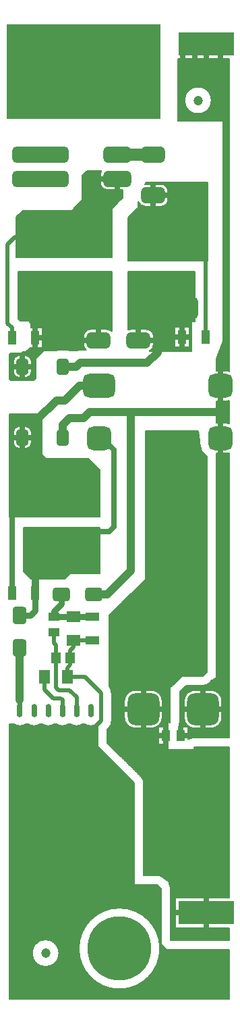
<source format=gtl>
G04 Layer_Physical_Order=1*
G04 Layer_Color=255*
%FSLAX24Y24*%
%MOIN*%
G70*
G01*
G75*
%ADD10C,0.0079*%
G04:AMPARAMS|DCode=11|XSize=212.6mil|YSize=114.2mil|CornerRadius=28.5mil|HoleSize=0mil|Usage=FLASHONLY|Rotation=270.000|XOffset=0mil|YOffset=0mil|HoleType=Round|Shape=RoundedRectangle|*
%AMROUNDEDRECTD11*
21,1,0.2126,0.0571,0,0,270.0*
21,1,0.1555,0.1142,0,0,270.0*
1,1,0.0571,-0.0285,-0.0778*
1,1,0.0571,-0.0285,0.0778*
1,1,0.0571,0.0285,0.0778*
1,1,0.0571,0.0285,-0.0778*
%
%ADD11ROUNDEDRECTD11*%
G04:AMPARAMS|DCode=12|XSize=78.7mil|YSize=118.1mil|CornerRadius=19.7mil|HoleSize=0mil|Usage=FLASHONLY|Rotation=270.000|XOffset=0mil|YOffset=0mil|HoleType=Round|Shape=RoundedRectangle|*
%AMROUNDEDRECTD12*
21,1,0.0787,0.0787,0,0,270.0*
21,1,0.0394,0.1181,0,0,270.0*
1,1,0.0394,-0.0394,-0.0197*
1,1,0.0394,-0.0394,0.0197*
1,1,0.0394,0.0394,0.0197*
1,1,0.0394,0.0394,-0.0197*
%
%ADD12ROUNDEDRECTD12*%
G04:AMPARAMS|DCode=13|XSize=279.5mil|YSize=78.7mil|CornerRadius=19.7mil|HoleSize=0mil|Usage=FLASHONLY|Rotation=0.000|XOffset=0mil|YOffset=0mil|HoleType=Round|Shape=RoundedRectangle|*
%AMROUNDEDRECTD13*
21,1,0.2795,0.0394,0,0,0.0*
21,1,0.2402,0.0787,0,0,0.0*
1,1,0.0394,0.1201,-0.0197*
1,1,0.0394,-0.1201,-0.0197*
1,1,0.0394,-0.1201,0.0197*
1,1,0.0394,0.1201,0.0197*
%
%ADD13ROUNDEDRECTD13*%
G04:AMPARAMS|DCode=14|XSize=137.8mil|YSize=78.7mil|CornerRadius=19.7mil|HoleSize=0mil|Usage=FLASHONLY|Rotation=0.000|XOffset=0mil|YOffset=0mil|HoleType=Round|Shape=RoundedRectangle|*
%AMROUNDEDRECTD14*
21,1,0.1378,0.0394,0,0,0.0*
21,1,0.0984,0.0787,0,0,0.0*
1,1,0.0394,0.0492,-0.0197*
1,1,0.0394,-0.0492,-0.0197*
1,1,0.0394,-0.0492,0.0197*
1,1,0.0394,0.0492,0.0197*
%
%ADD14ROUNDEDRECTD14*%
%ADD15R,0.0413X0.0551*%
%ADD16R,0.3209X0.2169*%
%ADD17O,0.0280X0.0669*%
%ADD18R,0.0551X0.0709*%
%ADD19R,0.0453X0.0571*%
%ADD20R,0.0689X0.0413*%
%ADD21R,0.0709X0.0551*%
%ADD22R,0.0551X0.0413*%
G04:AMPARAMS|DCode=23|XSize=86.6mil|YSize=68.9mil|CornerRadius=17.2mil|HoleSize=0mil|Usage=FLASHONLY|Rotation=180.000|XOffset=0mil|YOffset=0mil|HoleType=Round|Shape=RoundedRectangle|*
%AMROUNDEDRECTD23*
21,1,0.0866,0.0344,0,0,180.0*
21,1,0.0522,0.0689,0,0,180.0*
1,1,0.0344,-0.0261,0.0172*
1,1,0.0344,0.0261,0.0172*
1,1,0.0344,0.0261,-0.0172*
1,1,0.0344,-0.0261,-0.0172*
%
%ADD23ROUNDEDRECTD23*%
%ADD24R,0.2756X0.1181*%
G04:AMPARAMS|DCode=25|XSize=86.6mil|YSize=68.9mil|CornerRadius=17.2mil|HoleSize=0mil|Usage=FLASHONLY|Rotation=270.000|XOffset=0mil|YOffset=0mil|HoleType=Round|Shape=RoundedRectangle|*
%AMROUNDEDRECTD25*
21,1,0.0866,0.0344,0,0,270.0*
21,1,0.0522,0.0689,0,0,270.0*
1,1,0.0344,-0.0172,-0.0261*
1,1,0.0344,-0.0172,0.0261*
1,1,0.0344,0.0172,0.0261*
1,1,0.0344,0.0172,-0.0261*
%
%ADD25ROUNDEDRECTD25*%
%ADD26R,0.0413X0.0689*%
G04:AMPARAMS|DCode=27|XSize=212.6mil|YSize=114.2mil|CornerRadius=28.5mil|HoleSize=0mil|Usage=FLASHONLY|Rotation=180.000|XOffset=0mil|YOffset=0mil|HoleType=Round|Shape=RoundedRectangle|*
%AMROUNDEDRECTD27*
21,1,0.2126,0.0571,0,0,180.0*
21,1,0.1555,0.1142,0,0,180.0*
1,1,0.0571,-0.0778,0.0285*
1,1,0.0571,0.0778,0.0285*
1,1,0.0571,0.0778,-0.0285*
1,1,0.0571,-0.0778,-0.0285*
%
%ADD27ROUNDEDRECTD27*%
G04:AMPARAMS|DCode=28|XSize=157.5mil|YSize=157.5mil|CornerRadius=39.4mil|HoleSize=0mil|Usage=FLASHONLY|Rotation=0.000|XOffset=0mil|YOffset=0mil|HoleType=Round|Shape=RoundedRectangle|*
%AMROUNDEDRECTD28*
21,1,0.1575,0.0787,0,0,0.0*
21,1,0.0787,0.1575,0,0,0.0*
1,1,0.0787,0.0394,-0.0394*
1,1,0.0787,-0.0394,-0.0394*
1,1,0.0787,-0.0394,0.0394*
1,1,0.0787,0.0394,0.0394*
%
%ADD28ROUNDEDRECTD28*%
G04:AMPARAMS|DCode=29|XSize=118.1mil|YSize=118.1mil|CornerRadius=29.5mil|HoleSize=0mil|Usage=FLASHONLY|Rotation=180.000|XOffset=0mil|YOffset=0mil|HoleType=Round|Shape=RoundedRectangle|*
%AMROUNDEDRECTD29*
21,1,0.1181,0.0591,0,0,180.0*
21,1,0.0591,0.1181,0,0,180.0*
1,1,0.0591,-0.0295,0.0295*
1,1,0.0591,0.0295,0.0295*
1,1,0.0591,0.0295,-0.0295*
1,1,0.0591,-0.0295,-0.0295*
%
%ADD29ROUNDEDRECTD29*%
G04:AMPARAMS|DCode=30|XSize=157.5mil|YSize=118.1mil|CornerRadius=29.5mil|HoleSize=0mil|Usage=FLASHONLY|Rotation=180.000|XOffset=0mil|YOffset=0mil|HoleType=Round|Shape=RoundedRectangle|*
%AMROUNDEDRECTD30*
21,1,0.1575,0.0591,0,0,180.0*
21,1,0.0984,0.1181,0,0,180.0*
1,1,0.0591,-0.0492,0.0295*
1,1,0.0591,0.0492,0.0295*
1,1,0.0591,0.0492,-0.0295*
1,1,0.0591,-0.0492,-0.0295*
%
%ADD30ROUNDEDRECTD30*%
G04:AMPARAMS|DCode=31|XSize=80mil|YSize=60mil|CornerRadius=15mil|HoleSize=0mil|Usage=FLASHONLY|Rotation=270.000|XOffset=0mil|YOffset=0mil|HoleType=Round|Shape=RoundedRectangle|*
%AMROUNDEDRECTD31*
21,1,0.0800,0.0300,0,0,270.0*
21,1,0.0500,0.0600,0,0,270.0*
1,1,0.0300,-0.0150,-0.0250*
1,1,0.0300,-0.0150,0.0250*
1,1,0.0300,0.0150,0.0250*
1,1,0.0300,0.0150,-0.0250*
%
%ADD31ROUNDEDRECTD31*%
%ADD32C,0.0472*%
%ADD33C,0.0197*%
%ADD34C,0.0394*%
%ADD35C,0.0354*%
%ADD36C,0.0236*%
%ADD37C,0.0315*%
%ADD38C,0.0276*%
%ADD39C,0.0591*%
%ADD40R,0.7608X0.4715*%
%ADD41R,0.0276X0.0394*%
%ADD42C,0.3150*%
G04:AMPARAMS|DCode=43|XSize=393.7mil|YSize=393.7mil|CornerRadius=98.4mil|HoleSize=0mil|Usage=FLASHONLY|Rotation=0.000|XOffset=0mil|YOffset=0mil|HoleType=Round|Shape=RoundedRectangle|*
%AMROUNDEDRECTD43*
21,1,0.3937,0.1969,0,0,0.0*
21,1,0.1969,0.3937,0,0,0.0*
1,1,0.1969,0.0984,-0.0984*
1,1,0.1969,-0.0984,-0.0984*
1,1,0.1969,-0.0984,0.0984*
1,1,0.1969,0.0984,0.0984*
%
%ADD43ROUNDEDRECTD43*%
D10*
X48179Y57923D02*
G03*
X48514Y57685I335J116D01*
G01*
X49656Y58433D02*
G03*
X49301Y58787I-354J0D01*
G01*
Y57685D02*
G03*
X49656Y58039I0J354D01*
G01*
X46353Y59439D02*
G03*
X46299Y59252I301J-187D01*
G01*
Y58858D02*
G03*
X46654Y58504I354J0D01*
G01*
X41991Y49533D02*
G03*
X42299Y49226I307J0D01*
G01*
X42599D02*
G03*
X42906Y49533I0J307D01*
G01*
X42299Y50341D02*
G03*
X41991Y50033I0J-307D01*
G01*
X42906D02*
G03*
X42599Y50341I-307J0D01*
G01*
X42350Y52037D02*
G03*
X42305Y52088I-421J-325D01*
G01*
X42350Y52037D02*
G03*
X42304Y52089I-421J-325D01*
G01*
X44299Y50617D02*
G03*
X44073Y50571I0J-583D01*
G01*
X44825D02*
G03*
X44599Y50617I-226J-537D01*
G01*
X45315Y50610D02*
G03*
X45096Y50571I0J-630D01*
G01*
X45315Y50610D02*
G03*
X45096Y50571I0J-630D01*
G01*
X45472Y50876D02*
G03*
X45592Y50610I354J0D01*
G01*
X45827Y51624D02*
G03*
X45472Y51270I0J-354D01*
G01*
X46860Y51525D02*
G03*
X46614Y51624I-246J-255D01*
G01*
X47795D02*
G03*
X47687Y51607I0J-354D01*
G01*
X48724Y50551D02*
G03*
X48937Y50876I-142J325D01*
G01*
Y51270D02*
G03*
X48583Y51624I-354J0D01*
G01*
X51801Y62923D02*
G03*
X51801Y62923I-669J0D01*
G01*
X41991Y46033D02*
G03*
X42299Y45726I307J0D01*
G01*
Y46841D02*
G03*
X41991Y46533I0J-307D01*
G01*
X42599Y45726D02*
G03*
X42906Y46033I0J307D01*
G01*
Y46533D02*
G03*
X42599Y46841I-307J0D01*
G01*
X44262Y20837D02*
G03*
X44262Y20837I-669J0D01*
G01*
X41988Y32156D02*
G03*
X42658Y32156I335J465D01*
G01*
X43389D02*
G03*
X44060Y32156I335J465D01*
G01*
X42688D02*
G03*
X43359Y32156I335J465D01*
G01*
X44090D02*
G03*
X44760Y32156I335J465D01*
G01*
X49252Y21063D02*
G03*
X49252Y21063I-2008J0D01*
G01*
X44791Y32156D02*
G03*
X45461Y32156I335J465D01*
G01*
X45492D02*
G03*
X46162Y32156I335J465D01*
G01*
X48455Y29222D02*
G03*
X48316Y29557I-472J0D01*
G01*
X48455Y29222D02*
G03*
X48316Y29557I-472J0D01*
G01*
X46704Y31927D02*
G03*
X46860Y32303I-375J376D01*
G01*
X46705Y31927D02*
G03*
X46860Y32303I-376J376D01*
G01*
X47480Y32480D02*
G03*
X48032Y31929I551J0D01*
G01*
X46860Y33671D02*
G03*
X46752Y33993I-531J0D01*
G01*
X46860Y33671D02*
G03*
X46752Y33993I-531J0D01*
G01*
X48032Y33819D02*
G03*
X47480Y33268I0J-551D01*
G01*
X49783Y24006D02*
G03*
X49705Y24267I-472J0D01*
G01*
X49443Y24542D02*
G03*
X49104Y24685I-339J-329D01*
G01*
X49783Y24006D02*
G03*
X49705Y24267I-472J0D01*
G01*
X48819Y31929D02*
G03*
X49370Y32480I0J551D01*
G01*
Y33268D02*
G03*
X48819Y33819I-551J0D01*
G01*
X51219Y45955D02*
G03*
X51575Y45329I728J0D01*
G01*
X50183Y32008D02*
G03*
X50226Y32205I-429J197D01*
G01*
X50433Y32480D02*
G03*
X50984Y31929I551J0D01*
G01*
X50925Y31486D02*
G03*
X50650Y31398I0J-472D01*
G01*
X50925Y31486D02*
G03*
X50650Y31398I0J-472D01*
G01*
X50984Y33819D02*
G03*
X50433Y33268I0J-551D01*
G01*
X51772Y31929D02*
G03*
X52323Y32480I0J551D01*
G01*
Y33268D02*
G03*
X51772Y33819I-551J0D01*
G01*
X51378Y34045D02*
G03*
X51712Y34184I0J472D01*
G01*
X51378Y34045D02*
G03*
X51712Y34184I0J472D01*
G01*
X52537Y45502D02*
G03*
X52677Y45524I0J453D01*
G01*
Y46976D02*
G03*
X52537Y46998I-140J-431D01*
G01*
Y48081D02*
G03*
X52677Y48103I0J453D01*
G01*
Y49555D02*
G03*
X52537Y49577I-140J-431D01*
G01*
X47776Y55020D02*
Y57234D01*
X47835Y55020D02*
Y57293D01*
X47687Y55020D02*
Y57146D01*
Y55020D02*
X51594D01*
X47716D02*
Y57175D01*
X48071Y55020D02*
Y57529D01*
X48130Y55020D02*
Y57588D01*
X47894Y55020D02*
Y57352D01*
X47953Y55020D02*
Y57411D01*
X48012Y55020D02*
Y57470D01*
X48366Y55020D02*
Y57717D01*
X48425Y55020D02*
Y57696D01*
X48189Y55020D02*
Y57898D01*
X48307Y55020D02*
Y57752D01*
X48248Y55020D02*
Y57805D01*
X48661Y55020D02*
Y57685D01*
X48779Y55020D02*
Y57685D01*
X48720Y55020D02*
Y57685D01*
X48484Y55020D02*
Y57686D01*
X48602Y55020D02*
Y57685D01*
X48543Y55020D02*
Y57685D01*
X47687Y55453D02*
X51594D01*
X47687Y55394D02*
X51594D01*
X47687Y55630D02*
X51594D01*
X47687Y55512D02*
X51594D01*
X47687Y55571D02*
X51594D01*
X47687Y55157D02*
X51594D01*
X47687Y55039D02*
X51594D01*
X47687Y55098D02*
X51594D01*
X47687Y55335D02*
X51594D01*
X47687Y55216D02*
X51594D01*
X47687Y55275D02*
X51594D01*
X47687Y56102D02*
X51594D01*
X47687Y56043D02*
X51594D01*
X47687Y56279D02*
X51594D01*
X47687Y56161D02*
X51594D01*
X47687Y56220D02*
X51594D01*
X47687Y55807D02*
X51594D01*
X47687Y55689D02*
X51594D01*
X47687Y55748D02*
X51594D01*
X47687Y55984D02*
X51594D01*
X47687Y55866D02*
X51594D01*
X47687Y55925D02*
X51594D01*
X47687Y56811D02*
X51594D01*
X47687Y56752D02*
X51594D01*
X47707Y57165D02*
X48140Y57598D01*
X47687Y56870D02*
X51594D01*
X48140Y57598D02*
X48179D01*
Y57923D01*
X48514Y57685D02*
X49301D01*
X48179Y57815D02*
X48240D01*
X48179Y57697D02*
X48424D01*
X48179Y57756D02*
X48301D01*
X48518Y58787D02*
X49301D01*
X48543D02*
Y58819D01*
X48602Y58787D02*
Y58868D01*
X48518Y58787D02*
X48583Y58868D01*
X48661Y58787D02*
Y58868D01*
X48779Y58787D02*
Y58868D01*
X48720Y58787D02*
Y58868D01*
X47687Y56929D02*
X51594D01*
X47687Y56693D02*
X51594D01*
X47687Y57106D02*
X51594D01*
X47687Y56988D02*
X51594D01*
X47687Y57047D02*
X51594D01*
X47687Y56457D02*
X51594D01*
X47687Y56338D02*
X51594D01*
X47687Y56398D02*
X51594D01*
X47687Y56634D02*
X51594D01*
X47687Y56516D02*
X51594D01*
X47687Y56575D02*
X51594D01*
X47766Y57224D02*
X51594D01*
X47707Y57165D02*
X51594D01*
X47943Y57401D02*
X51594D01*
X47825Y57283D02*
X51594D01*
X47884Y57342D02*
X51594D01*
X48120Y57579D02*
X51594D01*
X48002Y57461D02*
X51594D01*
X48061Y57520D02*
X51594D01*
X48583Y58868D02*
X51594D01*
X48179Y57638D02*
X51594D01*
X48543Y58819D02*
X51594D01*
X49016Y55020D02*
Y57685D01*
X49075Y55020D02*
Y57685D01*
X48838Y55020D02*
Y57685D01*
X48957Y55020D02*
Y57685D01*
X48898Y55020D02*
Y57685D01*
X49311Y55020D02*
Y57685D01*
X49370Y55020D02*
Y57692D01*
X49134Y55020D02*
Y57685D01*
X49252Y55020D02*
Y57685D01*
X49193Y55020D02*
Y57685D01*
X49606Y55020D02*
Y57859D01*
X49665Y55020D02*
Y58868D01*
X49429Y55020D02*
Y57709D01*
X49488Y55020D02*
Y57738D01*
X49547Y55020D02*
Y57784D01*
X49901Y55020D02*
Y58868D01*
X50020Y55020D02*
Y58868D01*
X49961Y55020D02*
Y58868D01*
X49724Y55020D02*
Y58868D01*
X49842Y55020D02*
Y58868D01*
X49783Y55020D02*
Y58868D01*
X51201Y55020D02*
Y58868D01*
X51260Y55020D02*
Y58868D01*
X51024Y55020D02*
Y58868D01*
X51142Y55020D02*
Y58868D01*
X51083Y55020D02*
Y58868D01*
X51496Y55020D02*
Y58868D01*
X51594Y55020D02*
Y55679D01*
X51555Y55020D02*
Y58868D01*
X51319Y55020D02*
Y58868D01*
X51437Y55020D02*
Y58868D01*
X51378Y55020D02*
Y58868D01*
X50256Y55020D02*
Y58868D01*
X50315Y55020D02*
Y58868D01*
X50079Y55020D02*
Y58868D01*
X50197Y55020D02*
Y58868D01*
X50138Y55020D02*
Y58868D01*
X50551Y55020D02*
Y58868D01*
X50669Y55020D02*
Y58868D01*
X50610Y55020D02*
Y58868D01*
X50374Y55020D02*
Y58868D01*
X50492Y55020D02*
Y58868D01*
X50433Y55020D02*
Y58868D01*
X49075Y58787D02*
Y58868D01*
X49134Y58787D02*
Y58868D01*
X48898Y58787D02*
Y58868D01*
X49016Y58787D02*
Y58868D01*
X48957Y58787D02*
Y58868D01*
X49656Y58039D02*
Y58433D01*
X49193Y58787D02*
Y58868D01*
X49311Y58787D02*
Y58868D01*
X49252Y58787D02*
Y58868D01*
X49488Y58734D02*
Y58868D01*
X49547Y58688D02*
Y58868D01*
X48838Y58787D02*
Y58868D01*
X49429Y58764D02*
Y58868D01*
X49370Y58781D02*
Y58868D01*
X50846Y55020D02*
Y58868D01*
X50964Y55020D02*
Y58868D01*
X50905Y55020D02*
Y58868D01*
X49606Y58613D02*
Y58868D01*
X50787Y55020D02*
Y58868D01*
X50728Y55020D02*
Y58868D01*
X49514Y57756D02*
X51594D01*
X49391Y57697D02*
X51594D01*
X49639Y57933D02*
X51594D01*
X49575Y57815D02*
X51594D01*
X49615Y57874D02*
X51594D01*
X49656Y58051D02*
X51594D01*
Y55679D02*
Y57598D01*
X49652Y57992D02*
X51594D01*
X49656Y58228D02*
X51594D01*
X49656Y58110D02*
X51594D01*
X49656Y58169D02*
X51594D01*
X49622Y58583D02*
X51594D01*
X49644Y58524D02*
X51594D01*
X49438Y58760D02*
X51594D01*
X49588Y58642D02*
X51594D01*
X49533Y58701D02*
X51594D01*
X49656Y58346D02*
X51594D01*
X49656Y58287D02*
X51594D01*
Y57598D02*
Y58533D01*
Y58868D01*
X49656Y58405D02*
X51594D01*
X49654Y58464D02*
X51594D01*
X42283Y55167D02*
Y57303D01*
X42342Y55167D02*
Y57362D01*
X42146Y55167D02*
Y55463D01*
X42165Y55167D02*
Y57185D01*
X42224Y55167D02*
Y57244D01*
X42579Y55167D02*
Y57480D01*
X42697Y55167D02*
Y57480D01*
X42638Y55167D02*
Y57480D01*
X42401Y55167D02*
Y57421D01*
X42461Y55167D02*
Y57480D01*
X42520Y55167D02*
Y57480D01*
X42933Y55167D02*
Y57480D01*
X43051Y55167D02*
Y57480D01*
X42992Y55167D02*
Y57480D01*
X42756Y55167D02*
Y57480D01*
X42874Y55167D02*
Y57480D01*
X42815Y55167D02*
Y57480D01*
X43287Y55167D02*
Y57480D01*
X43405Y55167D02*
Y57480D01*
X43346Y55167D02*
Y57480D01*
X43110Y55167D02*
Y57480D01*
X43228Y55167D02*
Y57480D01*
X43169Y55167D02*
Y57480D01*
X44468Y55167D02*
Y57480D01*
X44527Y55167D02*
Y57480D01*
X44350Y55167D02*
Y57480D01*
X42146Y55167D02*
X46860D01*
X44409D02*
Y57480D01*
X44764Y55167D02*
Y57480D01*
X44882Y55167D02*
Y57480D01*
X44823Y55167D02*
Y57480D01*
X44587Y55167D02*
Y57480D01*
X44705Y55167D02*
Y57480D01*
X44646Y55167D02*
Y57480D01*
X43642Y55167D02*
Y57480D01*
X43760Y55167D02*
Y57480D01*
X43701Y55167D02*
Y57480D01*
X43464Y55167D02*
Y57480D01*
X43583Y55167D02*
Y57480D01*
X43524Y55167D02*
Y57480D01*
X44173Y55167D02*
Y57480D01*
X44291Y55167D02*
Y57480D01*
X44232Y55167D02*
Y57480D01*
X43819Y55167D02*
Y57480D01*
X43937Y55167D02*
Y57480D01*
X43878Y55167D02*
Y57480D01*
X42146Y55689D02*
X46860D01*
X42146Y55630D02*
X46860D01*
X42146Y55866D02*
X46860D01*
X42146Y55748D02*
X46860D01*
X42146Y55807D02*
X46860D01*
X42146Y55335D02*
X46860D01*
X42146Y55216D02*
X46860D01*
X42146Y55275D02*
X46860D01*
X42146Y55571D02*
X46860D01*
X42146Y55394D02*
X46860D01*
X42146Y55453D02*
X46860D01*
X42146Y55463D02*
Y57165D01*
Y55925D02*
X46860D01*
X42146Y55984D02*
X46860D01*
X42146Y57165D02*
X42461Y57480D01*
X42146Y56102D02*
X46860D01*
X42146Y56161D02*
X46860D01*
X43996Y55167D02*
Y57480D01*
X44114Y55167D02*
Y57480D01*
X44055Y55167D02*
Y57480D01*
X42461D02*
X42982D01*
X42146Y56043D02*
X46860D01*
X42982Y57480D02*
X44892D01*
X42146Y56575D02*
X46860D01*
X42146Y56516D02*
X46860D01*
X42146Y56752D02*
X46860D01*
X42146Y56634D02*
X46860D01*
X42146Y56693D02*
X46860D01*
X42146Y56279D02*
X46860D01*
X42146Y55512D02*
X46860D01*
X42146Y56220D02*
X46860D01*
X42146Y56457D02*
X46860D01*
X42146Y56338D02*
X46860D01*
X42146Y56398D02*
X46860D01*
X42146Y56929D02*
X46860D01*
X42146Y56811D02*
X46860D01*
X42146Y56870D02*
X46860D01*
X42146Y57106D02*
X46860D01*
X42146Y56988D02*
X46860D01*
X42146Y57047D02*
X46860D01*
X42264Y57283D02*
X46860D01*
X42146Y57165D02*
X46860D01*
X42205Y57224D02*
X46860D01*
X42441Y57461D02*
X46860D01*
X42323Y57342D02*
X46860D01*
X42382Y57401D02*
X46860D01*
X44941Y55167D02*
Y57529D01*
X45000Y55167D02*
Y57588D01*
X45059Y55167D02*
Y57648D01*
X44892Y57480D02*
X45079Y57667D01*
X45404Y57992D01*
X45295Y55167D02*
Y57884D01*
X45354Y55167D02*
Y57943D01*
X45413Y55167D02*
Y59222D01*
X45118Y55167D02*
Y57707D01*
X45177Y55167D02*
Y57766D01*
X45236Y55167D02*
Y57825D01*
X45650Y55167D02*
Y59439D01*
X45768Y55167D02*
Y59439D01*
X45709Y55167D02*
Y59439D01*
X45472Y55167D02*
Y59281D01*
X45531Y55167D02*
Y59340D01*
X45590Y55167D02*
Y59400D01*
X46004Y55167D02*
Y59439D01*
X46122Y55167D02*
Y59439D01*
X46063Y55167D02*
Y59439D01*
X45827Y55167D02*
Y59439D01*
X45945Y55167D02*
Y59439D01*
X45886Y55167D02*
Y59439D01*
X44990Y57579D02*
X46860D01*
X44931Y57520D02*
X46860D01*
X45049Y57638D02*
X46919D01*
X45108Y57697D02*
X46978D01*
X45167Y57756D02*
X47037D01*
X46653Y55167D02*
Y58504D01*
X46772Y55167D02*
Y58504D01*
X46713Y55167D02*
Y58504D01*
X46860Y55167D02*
Y57165D01*
Y57579D01*
X47411Y58130D01*
X46358Y55167D02*
Y58663D01*
X46476Y55167D02*
Y58551D01*
X46417Y55167D02*
Y58594D01*
X46181Y55167D02*
Y59439D01*
X46299Y55167D02*
Y59439D01*
X46240Y55167D02*
Y59439D01*
X46535Y55167D02*
Y58524D01*
X46831Y55167D02*
Y58504D01*
X46594Y55167D02*
Y58509D01*
X46890Y57608D02*
Y58504D01*
X47008Y57726D02*
Y58504D01*
X46949Y57667D02*
Y58504D01*
X45404Y58878D02*
X46299D01*
X45404Y58819D02*
X46301D01*
X45404Y59055D02*
X46299D01*
X45404Y58937D02*
X46299D01*
X45404Y58996D02*
X46299D01*
X45404Y57992D02*
Y58130D01*
Y58524D02*
X46537D01*
X45404Y58583D02*
X46431D01*
X45404Y58760D02*
X46313D01*
X45404Y58642D02*
X46373D01*
X45404Y58701D02*
X46336D01*
X45404Y58130D02*
Y59213D01*
Y59114D02*
X46299D01*
X45404Y59173D02*
X46299D01*
X45404Y59213D02*
X45433Y59242D01*
X45423Y59232D02*
X46299D01*
X45433Y59242D02*
X45630Y59439D01*
X46299Y58858D02*
Y59252D01*
X45482Y59291D02*
X46301D01*
X45541Y59350D02*
X46313D01*
X45600Y59409D02*
X46336D01*
X45630Y59439D02*
X46353D01*
X45226Y57815D02*
X47096D01*
X45285Y57874D02*
X47155D01*
X45344Y57933D02*
X47214D01*
X45403Y57992D02*
X47274D01*
X45404Y58051D02*
X47333D01*
X45404Y58110D02*
X47392D01*
X45404Y58169D02*
X47411D01*
X45404Y58228D02*
X47411D01*
X45404Y58405D02*
X47411D01*
X45404Y58287D02*
X47411D01*
X45404Y58346D02*
X47411D01*
X47067Y57785D02*
Y58504D01*
X45404Y58464D02*
X47411D01*
X46654Y58504D02*
X47411D01*
X47126Y57844D02*
Y58504D01*
X47244Y57962D02*
Y58504D01*
X47185Y57903D02*
Y58504D01*
X47303Y58022D02*
Y58504D01*
X47411Y58130D02*
Y58504D01*
X47362Y58081D02*
Y58504D01*
X41811Y49183D02*
X41880Y49114D01*
X41811Y49370D02*
X42038D01*
X41811Y49252D02*
X42175D01*
X41811Y49311D02*
X42087D01*
X41811Y49783D02*
X41991D01*
X41811Y49842D02*
X41991D01*
X41811Y49429D02*
X42010D01*
X41811Y49724D02*
X41991D01*
X41811Y49488D02*
X41995D01*
X41880Y49114D02*
X42028D01*
X42047D02*
Y49357D01*
X42283Y49114D02*
Y49226D01*
X42106Y49114D02*
Y49294D01*
X41811Y49606D02*
X41991D01*
X41811Y49665D02*
X41991D01*
X42224Y49114D02*
Y49235D01*
X41811Y49547D02*
X41991D01*
X42165Y49114D02*
Y49257D01*
X41811Y49901D02*
X41991D01*
X41811Y49183D02*
Y50394D01*
Y49961D02*
X41991D01*
X41811Y50020D02*
X41991D01*
X41811Y50079D02*
X41995D01*
X41811Y50138D02*
X42010D01*
X41811Y50197D02*
X42038D01*
X41811Y50315D02*
X42175D01*
X41811Y50256D02*
X42086D01*
X41929Y49114D02*
Y50443D01*
X41870Y49124D02*
Y50443D01*
X41991Y49533D02*
Y50033D01*
X41988Y49114D02*
Y50443D01*
X42106Y50273D02*
Y50443D01*
X42047Y50210D02*
Y50443D01*
X42283Y50341D02*
Y50443D01*
X42165Y50310D02*
Y50443D01*
X42224Y50332D02*
Y50443D01*
X42401Y49114D02*
Y49226D01*
X42342Y49114D02*
Y49226D01*
X42028Y49114D02*
X43012D01*
X42520D02*
Y49226D01*
X42461Y49114D02*
Y49226D01*
X41860Y49134D02*
X43031D01*
X41811Y49193D02*
X43090D01*
X42299Y49226D02*
X42599D01*
X42579Y49114D02*
Y49226D01*
X42638Y49114D02*
Y49228D01*
X42697Y49114D02*
Y49242D01*
X42756Y49114D02*
Y49269D01*
X42815Y49114D02*
Y49315D01*
X42722Y49252D02*
X43110D01*
X42811Y49311D02*
X43110D01*
X42859Y49370D02*
X43110D01*
X42342Y50341D02*
Y50443D01*
X42299Y50341D02*
X42599D01*
X41811Y50374D02*
X43307D01*
X42401Y50341D02*
Y50443D01*
X42756Y50298D02*
Y50640D01*
X42815Y50252D02*
Y50699D01*
X42811Y50256D02*
X43189D01*
X42723Y50315D02*
X43248D01*
X42520Y50341D02*
Y50443D01*
X42461Y50341D02*
Y50443D01*
X42579Y50341D02*
Y50492D01*
X42638Y50338D02*
Y50522D01*
X42697Y50325D02*
Y50581D01*
X41811Y50394D02*
X41860Y50443D01*
X42461D02*
Y50492D01*
X41850Y50433D02*
X43366D01*
X41860Y50443D02*
X42569D01*
X42451Y50492D02*
X42569D01*
X42520Y50443D02*
Y50492D01*
X42569Y50492D02*
X43425D01*
X42350Y52037D02*
X42756D01*
X42569Y50492D02*
X42608D01*
X42569Y50443D02*
Y50492D01*
X42608D02*
X42825Y50709D01*
X42667Y50551D02*
X43484D01*
X42726Y50610D02*
X44213D01*
X42835Y50718D02*
X43435D01*
X42766Y52028D02*
X42874Y51919D01*
X42785Y50669D02*
X45539D01*
X42766Y52027D02*
X46860D01*
X42825Y51968D02*
X46860D01*
X42254Y52139D02*
X42304Y52089D01*
X42283Y52110D02*
Y54478D01*
X42254Y52146D02*
X46860D01*
X42254Y52139D02*
Y54478D01*
Y52205D02*
X46860D01*
X42254Y52323D02*
X46860D01*
X42254Y52264D02*
X46860D01*
X42638Y52037D02*
Y54478D01*
X42579Y52037D02*
Y54478D01*
X42815Y51978D02*
Y54478D01*
X42697Y52037D02*
Y54478D01*
X42756Y52037D02*
Y54478D01*
X42401Y52037D02*
Y54478D01*
X42342Y52047D02*
Y54478D01*
X42307Y52087D02*
X46860D01*
X42461Y52037D02*
Y54478D01*
X42520Y52037D02*
Y54478D01*
X42254Y53031D02*
X46860D01*
X42254Y53090D02*
X46860D01*
X42254Y52913D02*
X46860D01*
X42254Y52972D02*
X46860D01*
X42254Y53327D02*
X46860D01*
X42254Y53386D02*
X46860D01*
X42254Y53149D02*
X46860D01*
X42254Y53268D02*
X46860D01*
X42254Y53209D02*
X46860D01*
X42254Y52500D02*
X46860D01*
X42254Y52559D02*
X46860D01*
X42254Y52382D02*
X46860D01*
X42254Y52441D02*
X46860D01*
X42254Y52795D02*
X46860D01*
X42254Y52854D02*
X46860D01*
X42254Y52618D02*
X46860D01*
X42254Y52736D02*
X46860D01*
X42254Y52677D02*
X46860D01*
X42254Y54153D02*
X46860D01*
X42254Y54212D02*
X46860D01*
X42254Y54035D02*
X46860D01*
X42254Y54094D02*
X46860D01*
X42254Y54449D02*
X46860D01*
X42254Y54478D02*
X46860D01*
X42254Y54272D02*
X46860D01*
X42254Y54390D02*
X46860D01*
X42254Y54331D02*
X46860D01*
X42254Y53622D02*
X46860D01*
X42254Y53681D02*
X46860D01*
X42254Y53445D02*
X46860D01*
X42254Y53563D02*
X46860D01*
X42254Y53504D02*
X46860D01*
X42254Y53917D02*
X46860D01*
X42254Y53976D02*
X46860D01*
X42254Y53740D02*
X46860D01*
X42254Y53858D02*
X46860D01*
X42254Y53799D02*
X46860D01*
X42874Y49114D02*
Y49396D01*
X42888Y49429D02*
X43110D01*
X42903Y49488D02*
X43110D01*
X42906Y49547D02*
X43110D01*
X42903Y50079D02*
X43110D01*
X42888Y50138D02*
X43110D01*
X42906Y49606D02*
X43110D01*
X42906Y49724D02*
X43110D01*
X42906Y49665D02*
X43110D01*
X42906Y49533D02*
Y50033D01*
X43110Y49518D02*
Y50177D01*
X43012Y49114D02*
X43110Y49213D01*
Y49518D01*
X42906Y49961D02*
X43110D01*
X42906Y50020D02*
X43110D01*
X42906Y49783D02*
X43110D01*
X42906Y49901D02*
X43110D01*
X42906Y49842D02*
X43110D01*
X42992Y49114D02*
Y50718D01*
X42933Y49114D02*
Y50718D01*
X43110Y49213D02*
Y50718D01*
X43051Y49153D02*
Y50718D01*
X42859Y50197D02*
X43130D01*
X42874Y50171D02*
Y50718D01*
X43110Y50177D02*
X43209Y50276D01*
X43169Y50236D02*
Y50718D01*
X43209Y50276D02*
X43504Y50571D01*
X43287Y50354D02*
Y50718D01*
X43228Y50295D02*
Y50718D01*
X43405Y50472D02*
Y50718D01*
X43346Y50413D02*
Y50718D01*
X43524Y50571D02*
Y54478D01*
X43464Y50531D02*
Y54478D01*
X43701Y50571D02*
Y54478D01*
X43583Y50571D02*
Y54478D01*
X43642Y50571D02*
Y54478D01*
X43937Y50571D02*
Y54478D01*
X43760Y50571D02*
Y54478D01*
X43504Y50571D02*
X44073D01*
X43996D02*
Y54478D01*
X44232Y50613D02*
Y54478D01*
X44173Y50603D02*
Y54478D01*
X44291Y50616D02*
Y54478D01*
X44409Y50617D02*
Y54478D01*
X44825Y50571D02*
X45096D01*
X44685Y50610D02*
X45304D01*
X44468Y50617D02*
Y54478D01*
X45315Y50610D02*
X45592D01*
X45531D02*
Y50680D01*
X43878Y50571D02*
Y54478D01*
X43819Y50571D02*
Y54478D01*
X44882Y50571D02*
Y54478D01*
X44055Y50571D02*
Y54478D01*
X44646Y50615D02*
Y54478D01*
X44114Y50587D02*
Y54478D01*
X44823Y50572D02*
Y54478D01*
X44705Y50607D02*
Y54478D01*
X44764Y50593D02*
Y54478D01*
X45000Y50571D02*
Y54478D01*
X44941Y50571D02*
Y54478D01*
X45177Y50595D02*
Y54478D01*
X45059Y50571D02*
Y54478D01*
X45118Y50579D02*
Y54478D01*
X45295Y50610D02*
Y54478D01*
X45236Y50605D02*
Y54478D01*
X45472Y50610D02*
Y54478D01*
X45354Y50610D02*
Y54478D01*
X45413Y50610D02*
Y54478D01*
X43435Y50846D02*
X45474D01*
X43435Y50728D02*
X45505D01*
X43435Y50787D02*
X45484D01*
X43435Y51083D02*
X45472D01*
X43435Y50905D02*
X45472D01*
X43435Y51024D02*
X45472D01*
X43435Y50964D02*
X45472D01*
X44299Y50617D02*
X44599D01*
X45472Y50876D02*
Y51270D01*
X43435Y51142D02*
X45472D01*
X43435Y51201D02*
X45472D01*
X43435Y51260D02*
X45472D01*
X43435Y51319D02*
X45476D01*
X43435Y51378D02*
X45489D01*
X43435Y51496D02*
X45554D01*
X43435Y51437D02*
X45514D01*
X42874Y51722D02*
Y51919D01*
X42933Y51722D02*
Y54478D01*
X42874Y51722D02*
X43435D01*
X42992D02*
Y54478D01*
X42874Y51919D02*
Y54478D01*
X43169Y51722D02*
Y54478D01*
X43051Y51722D02*
Y54478D01*
X43110Y51722D02*
Y54478D01*
X43435Y50718D02*
Y51722D01*
X44350Y50617D02*
Y54478D01*
X45531Y51465D02*
Y54478D01*
X44527Y50617D02*
Y54478D01*
X44587Y50617D02*
Y54478D01*
X43287Y51722D02*
Y54478D01*
X43228Y51722D02*
Y54478D01*
X45590Y51534D02*
Y54478D01*
X43346Y51722D02*
Y54478D01*
X43405Y51722D02*
Y54478D01*
X43435Y51555D02*
X45617D01*
X43435Y51614D02*
X45743D01*
X42874Y51850D02*
X46860D01*
X42874Y51909D02*
X46860D01*
X43435Y51673D02*
X46860D01*
X42874Y51791D02*
X46860D01*
X42874Y51732D02*
X46860D01*
X46824Y51555D02*
X46860D01*
Y51525D02*
Y52028D01*
X46063Y51624D02*
Y54478D01*
X46004Y51624D02*
Y54478D01*
X46698Y51614D02*
X46860D01*
X45827Y51624D02*
X46614D01*
X46122D02*
Y54478D01*
X45709Y51604D02*
Y54478D01*
X45650Y51576D02*
Y54478D01*
X45827Y51624D02*
Y54478D01*
X45768Y51619D02*
Y54478D01*
X45945Y51624D02*
Y54478D01*
X45886Y51624D02*
Y54478D01*
X46299Y51624D02*
Y54478D01*
X46181Y51624D02*
Y54478D01*
X46240Y51624D02*
Y54478D01*
X46653Y51622D02*
Y54478D01*
X46476Y51624D02*
Y54478D01*
X46831Y51550D02*
Y54478D01*
X46713Y51610D02*
Y54478D01*
X46772Y51587D02*
Y54478D01*
X46417Y51624D02*
Y54478D01*
X46358Y51624D02*
Y54478D01*
X46860Y52028D02*
Y54478D01*
X46535Y51624D02*
Y54478D01*
X46594Y51624D02*
Y54478D01*
X47687Y51607D02*
Y54478D01*
X47716Y51615D02*
Y54478D01*
X47795Y51624D02*
X48583D01*
X47776Y51623D02*
Y54478D01*
X47894Y51624D02*
Y54478D01*
X47953Y51624D02*
Y54478D01*
X48012Y51624D02*
Y54478D01*
X48130Y51624D02*
Y54478D01*
X48071Y51624D02*
Y54478D01*
X48307Y51624D02*
Y54478D01*
X48366Y51624D02*
Y54478D01*
X47835Y51624D02*
Y54478D01*
X48248Y51624D02*
Y54478D01*
X48189Y51624D02*
Y54478D01*
X48602Y51623D02*
Y54478D01*
X48720Y51596D02*
Y54478D01*
X48661Y51615D02*
Y54478D01*
X48425Y51624D02*
Y54478D01*
X48543Y51624D02*
Y54478D01*
X48484Y51624D02*
Y54478D01*
X48724Y50551D02*
X50807D01*
X48779D02*
Y50581D01*
X48817Y50610D02*
X50807D01*
X48838Y50551D02*
Y50631D01*
X48870Y50669D02*
X50807D01*
X48898Y50551D02*
Y50713D01*
X48855Y51496D02*
X49990D01*
X48905Y50728D02*
X50807D01*
X48895Y51437D02*
X49990D01*
X47687Y51732D02*
X49990D01*
X47687Y51673D02*
X49990D01*
X47687Y51909D02*
X50807D01*
X47687Y51791D02*
X50807D01*
X47687Y51850D02*
X50807D01*
X48838Y51515D02*
Y54478D01*
X48898Y51432D02*
Y54478D01*
X48779Y51564D02*
Y54478D01*
X48793Y51555D02*
X49990D01*
X48666Y51614D02*
X49990D01*
X47687Y52382D02*
X50965D01*
X47687Y52323D02*
X50965D01*
X47687Y52559D02*
X50965D01*
X47687Y52441D02*
X50965D01*
X47687Y52500D02*
X50965D01*
X47687Y51968D02*
X50807D01*
X47687Y52027D02*
X50965D01*
X47687Y52087D02*
X50965D01*
X47687Y52264D02*
X50965D01*
X47687Y52146D02*
X50965D01*
X47687Y52205D02*
X50965D01*
X47687Y53031D02*
X50965D01*
X47687Y52972D02*
X50965D01*
X47687Y53209D02*
X50965D01*
X47687Y53090D02*
X50965D01*
X47687Y53149D02*
X50965D01*
X47687Y52736D02*
X50965D01*
X47687Y52618D02*
X50965D01*
X47687Y52677D02*
X50965D01*
X47687Y52913D02*
X50965D01*
X47687Y52795D02*
X50965D01*
X47687Y52854D02*
X50965D01*
X47687Y53681D02*
X50965D01*
X47687Y53622D02*
X50965D01*
X47687Y53858D02*
X50965D01*
X47687Y53740D02*
X50965D01*
X47687Y53799D02*
X50965D01*
X47687Y53386D02*
X50965D01*
X47687Y53268D02*
X50965D01*
X47687Y53327D02*
X50965D01*
X47687Y53563D02*
X50965D01*
X47687Y53445D02*
X50965D01*
X47687Y53504D02*
X50965D01*
X47687Y54331D02*
X50965D01*
X47687Y54272D02*
X50965D01*
X47687Y54478D02*
X50965D01*
X47687Y54390D02*
X50965D01*
X47687Y54449D02*
X50965D01*
X47687Y54035D02*
X50965D01*
X47687Y53917D02*
X50965D01*
X47687Y53976D02*
X50965D01*
X47687Y54212D02*
X50965D01*
X47687Y54094D02*
X50965D01*
X47687Y54153D02*
X50965D01*
X48957Y50551D02*
Y54478D01*
X49016Y50551D02*
Y54478D01*
X48937Y50876D02*
Y51270D01*
X48926Y50787D02*
X49990D01*
X48936Y50846D02*
X49990D01*
X49134Y50551D02*
Y54478D01*
X49252Y50551D02*
Y54478D01*
X49193Y50551D02*
Y54478D01*
X49311Y50551D02*
Y54478D01*
X49990Y50748D02*
Y51752D01*
X49370Y50551D02*
Y54478D01*
X49547Y50551D02*
Y54478D01*
X49606Y50551D02*
Y54478D01*
X49075Y50551D02*
Y54478D01*
X49488Y50551D02*
Y54478D01*
X49429Y50551D02*
Y54478D01*
X49842Y50551D02*
Y54478D01*
X49961Y50551D02*
Y54478D01*
X49901Y50551D02*
Y54478D01*
X49665Y50551D02*
Y54478D01*
X49783Y50551D02*
Y54478D01*
X49724Y50551D02*
Y54478D01*
X50197Y50551D02*
Y50748D01*
X50256Y50551D02*
Y50748D01*
X50020Y50551D02*
Y50748D01*
X50138Y50551D02*
Y50748D01*
X50079Y50551D02*
Y50748D01*
X50492Y50551D02*
Y50748D01*
X50610Y50551D02*
Y50748D01*
X50551Y50551D02*
Y50748D01*
X50315Y50551D02*
Y50748D01*
X50433Y50551D02*
Y50748D01*
X50374Y50551D02*
Y50748D01*
X50669Y50551D02*
Y50748D01*
X49990D02*
X50718D01*
Y50787D02*
X50807D01*
X50718Y50846D02*
X50807D01*
X50728Y50551D02*
Y54478D01*
X50807Y50551D02*
Y50778D01*
X50787Y50551D02*
Y54478D01*
X50718Y50748D02*
Y51752D01*
Y50905D02*
X50807D01*
Y50778D02*
Y52008D01*
X48937Y51024D02*
X49990D01*
X48937Y50905D02*
X49990D01*
X48920Y51378D02*
X49990D01*
X48937Y51083D02*
X49990D01*
X48934Y51319D02*
X49990D01*
X48937Y50964D02*
X49990D01*
X48937Y51142D02*
X49990D01*
X48937Y51260D02*
X49990D01*
X48937Y51201D02*
X49990D01*
X50197Y51752D02*
Y54478D01*
X50256Y51752D02*
Y54478D01*
X50020Y51752D02*
Y54478D01*
X50138Y51752D02*
Y54478D01*
X50079Y51752D02*
Y54478D01*
X50492Y51752D02*
Y54478D01*
X50610Y51752D02*
Y54478D01*
X50551Y51752D02*
Y54478D01*
X50315Y51752D02*
Y54478D01*
X50433Y51752D02*
Y54478D01*
X50374Y51752D02*
Y54478D01*
X50718Y51024D02*
X50807D01*
X50718Y50964D02*
X50807D01*
X50718Y51142D02*
X50807D01*
X50718Y51201D02*
X50807D01*
X50718Y51319D02*
X50807D01*
X50718Y51083D02*
X50807D01*
X50718Y51260D02*
X50807D01*
X50718Y51496D02*
X50807D01*
X50718Y51378D02*
X50807D01*
X50718Y51437D02*
X50807D01*
X50718Y51614D02*
X50807D01*
X50718Y51555D02*
X50807D01*
X50669Y51752D02*
Y54478D01*
X50718Y51732D02*
X50807D01*
X49990Y51752D02*
X50718D01*
Y51673D02*
X50807D01*
Y52008D02*
X50965D01*
X50846D02*
Y54478D01*
X50905Y52008D02*
Y54478D01*
X50965Y52008D02*
Y54478D01*
X50964Y52008D02*
Y54478D01*
X50148Y62657D02*
X50518D01*
X50148Y61909D02*
X50522D01*
X50148Y62775D02*
X50479D01*
X50148Y62716D02*
X50495D01*
X50148Y62835D02*
X50469D01*
X50492Y61909D02*
Y62727D01*
X50148Y62953D02*
X50463D01*
X50148Y62894D02*
X50463D01*
X50148Y63012D02*
X50468D01*
X50148Y61909D02*
Y64970D01*
X50197Y61909D02*
Y64970D01*
X50148Y63071D02*
X50479D01*
X50148Y63130D02*
X50495D01*
X50256Y61909D02*
Y64970D01*
X50315Y61909D02*
Y64970D01*
X50374Y61909D02*
Y64970D01*
X50492Y63120D02*
Y64970D01*
X50433Y61909D02*
Y64970D01*
X50148Y62244D02*
X52677D01*
X50148Y62185D02*
X52677D01*
X50148Y62362D02*
X50767D01*
X50148Y62303D02*
X50880D01*
X50148Y61949D02*
X52677D01*
X50522Y61909D02*
X52677D01*
X50148Y62126D02*
X52677D01*
X50148Y62008D02*
X52677D01*
X50148Y62067D02*
X52677D01*
X50148Y62480D02*
X50630D01*
X50148Y62421D02*
X50689D01*
X50148Y62598D02*
X50547D01*
X50148Y62539D02*
X50584D01*
X50669Y61909D02*
Y62440D01*
X50728Y61909D02*
Y62389D01*
X50551Y61909D02*
Y62591D01*
X50610Y61909D02*
Y62504D01*
X50148Y63484D02*
X50767D01*
X50148Y63543D02*
X50880D01*
X50148Y63661D02*
X52677D01*
X50148Y63602D02*
X52677D01*
X50148Y63189D02*
X50518D01*
X50148Y63248D02*
X50547D01*
X50148Y63307D02*
X50584D01*
X50148Y63366D02*
X50630D01*
X50148Y63425D02*
X50689D01*
X50148Y63779D02*
X52677D01*
X50148Y63720D02*
X52677D01*
X50148Y63898D02*
X52677D01*
X50148Y63838D02*
X52677D01*
X50551Y63256D02*
Y64970D01*
X50610Y63342D02*
Y64970D01*
X50669Y63407D02*
Y64970D01*
X50787Y63497D02*
Y64970D01*
X50728Y63457D02*
Y64970D01*
X50148Y64311D02*
X52677D01*
X50148Y64252D02*
X52677D01*
X50148Y64429D02*
X52677D01*
X50148Y64370D02*
X52677D01*
X50148Y64016D02*
X52677D01*
X50148Y63957D02*
X52677D01*
X50148Y64193D02*
X52677D01*
X50148Y64075D02*
X52677D01*
X50148Y64134D02*
X52677D01*
X50148Y64842D02*
X52677D01*
X50148Y64783D02*
X52677D01*
X50148Y64970D02*
X52677D01*
X50148Y64901D02*
X52677D01*
X50148Y64960D02*
X52677D01*
X50148Y64547D02*
X52677D01*
X50148Y64488D02*
X52677D01*
X50148Y64724D02*
X52677D01*
X50148Y64606D02*
X52677D01*
X50148Y64665D02*
X52677D01*
X51024Y61909D02*
Y62263D01*
X51083Y61909D02*
Y62256D01*
X50905Y61909D02*
Y62293D01*
X50964Y61909D02*
Y62275D01*
X51319Y61909D02*
Y62281D01*
X51378Y61909D02*
Y62301D01*
X51142Y61909D02*
Y62254D01*
X51201Y61909D02*
Y62257D01*
X51260Y61909D02*
Y62266D01*
X51437Y61909D02*
Y62327D01*
X51496Y61909D02*
Y62362D01*
X50787Y61909D02*
Y62349D01*
X50846Y61909D02*
Y62318D01*
X51732Y61909D02*
Y62627D01*
X51791Y61909D02*
Y62808D01*
X51555Y61909D02*
Y62405D01*
X51614Y61909D02*
Y62459D01*
X51673Y61909D02*
Y62530D01*
X51850Y61909D02*
Y64970D01*
X51383Y62303D02*
X52677D01*
X51574Y62421D02*
X52677D01*
X51497Y62362D02*
X52677D01*
X52205Y61909D02*
Y64970D01*
X52264Y61909D02*
Y64970D01*
X51909Y61909D02*
Y64970D01*
X52146Y61909D02*
Y64970D01*
X52087Y61909D02*
Y64970D01*
X52382Y61909D02*
Y64970D01*
X52441Y61909D02*
Y64970D01*
X51968Y61909D02*
Y64970D01*
X52323Y61909D02*
Y64970D01*
X52027Y61909D02*
Y64970D01*
X52677Y61909D02*
Y64970D01*
X52677Y61909D02*
Y64970D01*
X52500Y61909D02*
Y64970D01*
X52618Y61909D02*
Y64970D01*
X52559Y61909D02*
Y64970D01*
X50846Y63529D02*
Y64970D01*
X50905Y63553D02*
Y64970D01*
X50964Y63571D02*
Y64970D01*
X51024Y63584D02*
Y64970D01*
X51260Y63580D02*
Y64970D01*
X51319Y63566D02*
Y64970D01*
X51083Y63591D02*
Y64970D01*
X51201Y63589D02*
Y64970D01*
X51142Y63592D02*
Y64970D01*
X51437Y63519D02*
Y64970D01*
X51496Y63485D02*
Y64970D01*
X51378Y63546D02*
Y64970D01*
X51732Y63219D02*
Y64970D01*
X51791Y63038D02*
Y64970D01*
X51555Y63442D02*
Y64970D01*
X51673Y63317D02*
Y64970D01*
X51614Y63387D02*
Y64970D01*
X51680Y62539D02*
X52677D01*
X51634Y62480D02*
X52677D01*
X51746Y62657D02*
X52677D01*
X51717Y62598D02*
X52677D01*
X51785Y62775D02*
X52677D01*
X51768Y62716D02*
X52677D01*
X51801Y62953D02*
X52677D01*
X51795Y62835D02*
X52677D01*
X51801Y62894D02*
X52677D01*
X51634Y63366D02*
X52677D01*
X51680Y63307D02*
X52677D01*
X51384Y63543D02*
X52677D01*
X51575Y63425D02*
X52677D01*
X51497Y63484D02*
X52677D01*
X51785Y63071D02*
X52677D01*
X51795Y63012D02*
X52677D01*
X51717Y63248D02*
X52677D01*
X51769Y63130D02*
X52677D01*
X51746Y63189D02*
X52677D01*
X41811Y43051D02*
X46260D01*
X41811Y42933D02*
X46260D01*
X41811Y42992D02*
X46260D01*
X41811Y44705D02*
X46250D01*
X41811Y43110D02*
X46260D01*
X41811Y43169D02*
X46260D01*
X41811Y42461D02*
X46260D01*
X41811Y42372D02*
X46260D01*
X41811Y42401D02*
X46260D01*
X41811Y42815D02*
X46260D01*
X41811Y42874D02*
X46260D01*
X41811Y42520D02*
X46260D01*
X41811Y42756D02*
X46260D01*
X41811Y42372D02*
Y47441D01*
X41929Y42372D02*
Y47441D01*
X41870Y42372D02*
Y47441D01*
X41811Y44882D02*
X46073D01*
X41811Y44941D02*
X46014D01*
X41811Y44764D02*
X46191D01*
X41811Y44823D02*
X46132D01*
X42224Y42372D02*
Y45735D01*
X42342Y42372D02*
Y45726D01*
X42283Y42372D02*
Y45726D01*
X42047Y42372D02*
Y45857D01*
X41988Y42372D02*
Y47441D01*
X42165Y42372D02*
Y45757D01*
X42106Y42372D02*
Y45794D01*
X41811Y43583D02*
X46260D01*
X41811Y43464D02*
X46260D01*
X41811Y43524D02*
X46260D01*
X41811Y43760D02*
X46260D01*
X41811Y43819D02*
X46260D01*
X41811Y43642D02*
X46260D01*
X41811Y43701D02*
X46260D01*
X41811Y42697D02*
X46260D01*
X41811Y42579D02*
X46260D01*
X41811Y42638D02*
X46260D01*
X41811Y43346D02*
X46260D01*
X41811Y43405D02*
X46260D01*
X41811Y43228D02*
X46260D01*
X41811Y43287D02*
X46260D01*
X41811Y44409D02*
X46260D01*
X41811Y44291D02*
X46260D01*
X41811Y44350D02*
X46260D01*
X41811Y44587D02*
X46260D01*
X41811Y44646D02*
X46260D01*
X41811Y44468D02*
X46260D01*
X41811Y44527D02*
X46260D01*
X41811Y43996D02*
X46260D01*
X41811Y43878D02*
X46260D01*
X41811Y43937D02*
X46260D01*
X41811Y44173D02*
X46260D01*
X41811Y44232D02*
X46260D01*
X41811Y44055D02*
X46260D01*
X41811Y44114D02*
X46260D01*
X41811Y45886D02*
X42029D01*
X41811Y45768D02*
X42144D01*
X41811Y45827D02*
X42071D01*
X41811Y46063D02*
X41991D01*
X41811Y45945D02*
X42004D01*
X41811Y46004D02*
X41993D01*
X41811Y46181D02*
X41991D01*
X41811Y46122D02*
X41991D01*
X41811Y46358D02*
X41991D01*
X41811Y46417D02*
X41991D01*
X41811Y46240D02*
X41991D01*
X41811Y46299D02*
X41991D01*
X41811Y46476D02*
X41991D01*
X41811Y46535D02*
X41991D01*
X41811Y46594D02*
X41997D01*
X41811Y46653D02*
X42016D01*
X41811Y46713D02*
X42049D01*
X41811Y46772D02*
X42104D01*
X41811Y46831D02*
X42220D01*
X41991Y46033D02*
Y46533D01*
X42047Y46710D02*
Y47441D01*
X42165Y46810D02*
Y47441D01*
X42106Y46773D02*
Y47441D01*
X42283Y46841D02*
Y47441D01*
X42224Y46832D02*
Y47441D01*
X41811Y45118D02*
X45837D01*
X41811Y45000D02*
X45955D01*
X41811Y45059D02*
X45896D01*
X41811Y45295D02*
X43573D01*
X41811Y45354D02*
X43514D01*
X41811Y45177D02*
X45778D01*
X41811Y45236D02*
X45719D01*
X41811Y45531D02*
X43415D01*
X41811Y45413D02*
X43455D01*
X41811Y45472D02*
X43415D01*
X41811Y45709D02*
X43415D01*
X42299Y45726D02*
X42599D01*
X41811Y45590D02*
X43415D01*
X41811Y45650D02*
X43415D01*
X41811Y47008D02*
X43415D01*
X41811Y46890D02*
X43415D01*
X41811Y46949D02*
X43415D01*
X41811Y47185D02*
X43415D01*
X41811Y47421D02*
X43199D01*
X41811Y47067D02*
X43415D01*
X41811Y47126D02*
X43415D01*
X42342Y46841D02*
Y47441D01*
X42299Y46841D02*
X42599D01*
X41811Y47362D02*
X43258D01*
X41811Y47441D02*
X42923D01*
X41811Y47244D02*
X43376D01*
X41811Y47303D02*
X43317D01*
X42579Y42372D02*
Y45726D01*
X43524Y42372D02*
Y45345D01*
X43464Y42372D02*
Y45404D01*
X42401Y42372D02*
Y45726D01*
X42520Y42372D02*
Y45726D01*
X42461Y42372D02*
Y45726D01*
X43819Y42372D02*
Y45246D01*
X43937Y42372D02*
Y45246D01*
X43878Y42372D02*
Y45246D01*
X43642Y42372D02*
Y45246D01*
X43583Y42372D02*
Y45286D01*
X43760Y42372D02*
Y45246D01*
X43701Y42372D02*
Y45246D01*
X42874Y42372D02*
Y45896D01*
X42992Y42372D02*
Y47441D01*
X42933Y42372D02*
Y47441D01*
X42638Y42372D02*
Y45728D01*
X42697Y42372D02*
Y45742D01*
X42756Y42372D02*
Y45769D01*
X42815Y42372D02*
Y45815D01*
X43287Y42372D02*
Y47333D01*
X43405Y42372D02*
Y47215D01*
X43346Y42372D02*
Y47274D01*
X43110Y42372D02*
Y47441D01*
X43051Y42372D02*
Y47441D01*
X43228Y42372D02*
Y47392D01*
X43169Y42372D02*
Y47441D01*
X45768Y42372D02*
Y45187D01*
X45886Y42372D02*
Y45069D01*
X45827Y42372D02*
Y45128D01*
X45590Y42372D02*
Y45246D01*
X45531Y42372D02*
Y45246D01*
X45709Y42372D02*
Y45246D01*
X45650Y42372D02*
Y45246D01*
X46181Y42372D02*
Y44774D01*
X46260Y42372D02*
Y44695D01*
X46240Y42372D02*
Y44715D01*
X46004Y42372D02*
Y44951D01*
X45945Y42372D02*
Y45010D01*
X46122Y42372D02*
Y44833D01*
X46063Y42372D02*
Y44892D01*
X44232Y42372D02*
Y45246D01*
X44350Y42372D02*
Y45246D01*
X44291Y42372D02*
Y45246D01*
X44055Y42372D02*
Y45246D01*
X43996Y42372D02*
Y45246D01*
X44173Y42372D02*
Y45246D01*
X44114Y42372D02*
Y45246D01*
X45354Y42372D02*
Y45246D01*
X45472Y42372D02*
Y45246D01*
X45413Y42372D02*
Y45246D01*
X44882Y42372D02*
Y45246D01*
X44587Y42372D02*
Y45246D01*
X45295Y42372D02*
Y45246D01*
X44941Y42372D02*
Y45246D01*
X42753Y45768D02*
X43415D01*
X42826Y45827D02*
X43415D01*
X42868Y45886D02*
X43415D01*
X42882Y46653D02*
X43415D01*
X42905Y46004D02*
X43415D01*
X42893Y45945D02*
X43415D01*
Y45453D02*
Y46545D01*
X42906Y46063D02*
X43415D01*
X42906Y46033D02*
Y46533D01*
Y46122D02*
X43415D01*
X42906Y46181D02*
X43415D01*
X42638Y46838D02*
Y47441D01*
X42461Y46841D02*
Y47441D01*
X42401Y46841D02*
Y47441D01*
X42579Y46841D02*
Y47441D01*
X42520Y46841D02*
Y47441D01*
X42815Y46752D02*
Y47441D01*
X42849Y46713D02*
X43415D01*
X42874Y46671D02*
Y47441D01*
X42756Y46798D02*
Y47441D01*
X42697Y46825D02*
Y47441D01*
X43179D02*
X43307Y47313D01*
X42923Y47441D02*
X43179D01*
X44527Y42372D02*
Y45246D01*
X44705Y42372D02*
Y45246D01*
X44646Y42372D02*
Y45246D01*
X44409Y42372D02*
Y45246D01*
X43622D02*
X44360D01*
X45709D01*
X44468Y42372D02*
Y45246D01*
X44764Y42372D02*
Y45246D01*
X45000Y42372D02*
Y45246D01*
X44823Y42372D02*
Y45246D01*
X45177Y42372D02*
Y45246D01*
X45059Y42372D02*
Y45246D01*
X45709D02*
X46250Y44705D01*
X45236Y42372D02*
Y45246D01*
X42906Y46358D02*
X43415D01*
X42906Y46240D02*
X43415D01*
X42906Y46299D02*
X43415D01*
X42793Y46772D02*
X43415D01*
X42678Y46831D02*
X43415D01*
X42906Y46535D02*
X43415D01*
X42900Y46594D02*
X43415D01*
Y45453D02*
X43553Y45315D01*
X45118Y42372D02*
Y45246D01*
X43553Y45315D02*
X43622Y45246D01*
X43415Y46545D02*
Y47205D01*
X43307Y47313D02*
X43415Y47205D01*
X42906Y46417D02*
X43415D01*
X42906Y46476D02*
X43415D01*
X42500Y39685D02*
X42864Y39321D01*
X42500Y39685D02*
Y41831D01*
X42579Y39606D02*
Y41831D01*
X42864Y39321D02*
X42982Y39321D01*
X43406Y39321D01*
X42638Y39547D02*
Y41831D01*
X42697Y39488D02*
Y41831D01*
X42815Y39370D02*
Y41831D01*
X42520Y39665D02*
Y41831D01*
X42756Y39429D02*
Y41831D01*
X42992Y39321D02*
Y41831D01*
X43051Y39321D02*
Y41831D01*
X42874Y39321D02*
Y41831D01*
X42933Y39321D02*
Y41831D01*
X42618Y39567D02*
X44783D01*
X42500Y39685D02*
X46260D01*
X42559Y39626D02*
X46260D01*
X42854Y39331D02*
X44547D01*
X42795Y39390D02*
X44606D01*
X42736Y39449D02*
X44665D01*
X42677Y39508D02*
X44724D01*
X42500Y40039D02*
X46260D01*
X42500Y39980D02*
X46260D01*
X42500Y40157D02*
X46260D01*
X42500Y40098D02*
X46260D01*
X42500Y39803D02*
X46260D01*
X42500Y39744D02*
X46260D01*
X42500Y39921D02*
X46260D01*
X42500Y39862D02*
X46260D01*
X42500Y41339D02*
X46260D01*
X42500Y41457D02*
X46260D01*
X42500Y41398D02*
X46260D01*
X42500Y41161D02*
X46260D01*
X42500Y41102D02*
X46260D01*
X42500Y41279D02*
X46260D01*
X42500Y41220D02*
X46260D01*
X42500Y41752D02*
X46260D01*
X42500Y41831D02*
X43494D01*
X42500Y41811D02*
X46260D01*
X42500Y41575D02*
X46260D01*
X42500Y41516D02*
X46260D01*
X42500Y41693D02*
X46260D01*
X42500Y41634D02*
X46260D01*
X42500Y40453D02*
X46260D01*
X42500Y40571D02*
X46260D01*
X42500Y40512D02*
X46260D01*
X42500Y40276D02*
X46260D01*
X42500Y40216D02*
X46260D01*
X42500Y40394D02*
X46260D01*
X42500Y40335D02*
X46260D01*
X42500Y40925D02*
X46260D01*
X42500Y40866D02*
X46260D01*
X42500Y41043D02*
X46260D01*
X42500Y40984D02*
X46260D01*
X42500Y40689D02*
X46260D01*
X42500Y40630D02*
X46260D01*
X42500Y40807D02*
X46260D01*
X42500Y40748D02*
X46260D01*
X43642Y39321D02*
Y41831D01*
X43524Y39321D02*
Y41831D01*
X43583Y39321D02*
Y41831D01*
X43819Y39321D02*
Y41831D01*
X43878Y39321D02*
Y41831D01*
X43701Y39321D02*
Y41831D01*
X43760Y39321D02*
Y41831D01*
X43228Y39321D02*
Y41831D01*
X43110Y39321D02*
Y41831D01*
X43169Y39321D02*
Y41831D01*
X43405Y39321D02*
Y41831D01*
X43464Y39321D02*
Y41831D01*
X43287Y39321D02*
Y41831D01*
X43346Y39321D02*
Y41831D01*
X43996Y39321D02*
Y41831D01*
X43937Y39321D02*
Y41831D01*
X43406Y39321D02*
X44537D01*
X44232D02*
Y41831D01*
X44537Y39321D02*
X44793Y39577D01*
X44114Y39321D02*
Y41831D01*
X44173Y39321D02*
Y41831D01*
X44350Y39321D02*
Y41831D01*
X44409Y39321D02*
Y41831D01*
X44055Y39321D02*
Y41831D01*
X44291Y39321D02*
Y41831D01*
X44468Y39321D02*
Y41831D01*
X44527Y39321D02*
Y41831D01*
X44587Y39370D02*
Y41831D01*
X44646Y39429D02*
Y41831D01*
X45295Y39577D02*
Y41831D01*
X45177Y39577D02*
Y41831D01*
X45236Y39577D02*
Y41831D01*
X45472Y39577D02*
Y41831D01*
X45531Y39577D02*
Y41831D01*
X45354Y39577D02*
Y41831D01*
X45413Y39577D02*
Y41831D01*
X44705Y39488D02*
Y41831D01*
X44764Y39547D02*
Y41831D01*
X44823Y39577D02*
Y41831D01*
X44882Y39577D02*
Y41831D01*
X45059Y39577D02*
Y41831D01*
X45118Y39577D02*
Y41831D01*
X44941Y39577D02*
Y41831D01*
X45000Y39577D02*
Y41831D01*
X45650Y39577D02*
Y41831D01*
X45590Y39577D02*
Y41831D01*
X44793Y39577D02*
X46260D01*
X45886D02*
Y41831D01*
X45945Y39577D02*
Y41831D01*
X45768Y39577D02*
Y41831D01*
X45827Y39577D02*
Y41831D01*
X46004Y39577D02*
Y41831D01*
X46063Y39577D02*
Y41831D01*
X45709Y39577D02*
Y41831D01*
X43494D02*
X46260D01*
X46240Y39577D02*
Y41831D01*
X46260Y39577D02*
Y41831D01*
X46122Y39577D02*
Y41831D01*
X46181Y39577D02*
Y41831D01*
X41811Y20551D02*
X42987D01*
X41811Y20492D02*
X43019D01*
X41811Y20669D02*
X42944D01*
X41811Y20610D02*
X42963D01*
X41811Y20256D02*
X43260D01*
X41811Y20197D02*
X43396D01*
X41811Y20433D02*
X43059D01*
X41811Y20315D02*
X43173D01*
X41811Y20374D02*
X43109D01*
X41811Y20787D02*
X42925D01*
X41811Y20728D02*
X42932D01*
X41811Y21083D02*
X42970D01*
X41811Y20846D02*
X42923D01*
X41811Y20905D02*
X42927D01*
X41811Y21201D02*
X43031D01*
X41811Y21142D02*
X42997D01*
X41811Y21378D02*
X43199D01*
X41811Y21260D02*
X43074D01*
X41811Y21319D02*
X43128D01*
X43583Y18583D02*
Y20167D01*
X43642Y18583D02*
Y20169D01*
X43405Y18583D02*
Y20194D01*
X43524Y18583D02*
Y20171D01*
X43464Y18583D02*
Y20180D01*
X43701Y18583D02*
Y20176D01*
X43760Y18583D02*
Y20189D01*
X43819Y18583D02*
Y20207D01*
X43937Y18583D02*
Y20263D01*
X43878Y18583D02*
Y20231D01*
X42992Y18583D02*
Y20541D01*
X43051Y18583D02*
Y20443D01*
X41811Y21024D02*
X42950D01*
X42933Y18583D02*
Y20723D01*
X41811Y20965D02*
X42936D01*
X43287Y18583D02*
Y20241D01*
X43346Y18583D02*
Y20214D01*
X43110Y18583D02*
Y20373D01*
X43228Y18583D02*
Y20275D01*
X43169Y18583D02*
Y20318D01*
X41988Y18583D02*
Y32155D01*
X42047Y18583D02*
Y32118D01*
X41811Y18583D02*
Y32156D01*
X41929Y18583D02*
Y32156D01*
X41870Y18583D02*
Y32156D01*
X42224Y18583D02*
Y32056D01*
X42283Y18583D02*
Y32049D01*
X42106Y18583D02*
Y32090D01*
X42697Y18583D02*
Y32150D01*
X42165Y18583D02*
Y32069D01*
X42342Y18583D02*
Y32048D01*
X42401Y18583D02*
Y32053D01*
X42461Y18583D02*
Y32064D01*
X42579Y18583D02*
Y32108D01*
X42520Y18583D02*
Y32082D01*
X41811Y21496D02*
X43478D01*
X41811Y21437D02*
X43297D01*
X42638Y18583D02*
Y32142D01*
X42815Y18583D02*
Y32087D01*
X42756Y18583D02*
Y32114D01*
X42992Y21132D02*
Y32048D01*
X43051Y21230D02*
Y32048D01*
X42874Y18583D02*
Y32067D01*
X42933Y20950D02*
Y32054D01*
X43110Y21301D02*
Y32054D01*
X43169Y21355D02*
Y32066D01*
X43228Y21398D02*
Y32085D01*
X43287Y21432D02*
Y32112D01*
X43996Y21371D02*
Y32116D01*
X43937Y21411D02*
Y32088D01*
X43524Y21502D02*
Y32084D01*
X43583Y21506D02*
Y32065D01*
X43346Y21459D02*
Y32147D01*
X43405Y21479D02*
Y32144D01*
X43464Y21494D02*
Y32110D01*
X43701Y21497D02*
Y32048D01*
X43760Y21485D02*
Y32048D01*
X43642Y21504D02*
Y32053D01*
X43878Y21442D02*
Y32068D01*
X43819Y21466D02*
Y32055D01*
X41811Y18898D02*
X52677D01*
X41811Y18839D02*
X52677D01*
X41811Y19075D02*
X46964D01*
X41811Y18957D02*
X52677D01*
X41811Y19016D02*
X52677D01*
X41811Y18602D02*
X52677D01*
X41811Y18583D02*
X52677D01*
X41811Y18779D02*
X52677D01*
X41811Y18661D02*
X52677D01*
X41811Y18720D02*
X52677D01*
X41811Y19488D02*
X45999D01*
X41811Y19429D02*
X46077D01*
X41811Y19665D02*
X45803D01*
X41811Y19547D02*
X45927D01*
X41811Y19606D02*
X45862D01*
X41811Y19193D02*
X46513D01*
X41811Y19134D02*
X46687D01*
X41811Y19370D02*
X46165D01*
X41811Y19252D02*
X46377D01*
X41811Y19311D02*
X46263D01*
X41811Y20079D02*
X45494D01*
X41811Y20020D02*
X45529D01*
X43996Y18583D02*
Y20303D01*
X44114Y18583D02*
Y20417D01*
X44055Y18583D02*
Y20353D01*
X41811Y19783D02*
X45697D01*
X41811Y19724D02*
X45748D01*
X41811Y19961D02*
X45566D01*
X41811Y19842D02*
X45650D01*
X41811Y19902D02*
X45606D01*
X44126Y20433D02*
X45338D01*
X44154Y21201D02*
X45241D01*
X43986Y21378D02*
X45261D01*
X44111Y21260D02*
X45246D01*
X44057Y21319D02*
X45253D01*
X41811Y20138D02*
X45462D01*
X43789Y20197D02*
X45433D01*
X43925Y20256D02*
X45406D01*
X44012Y20315D02*
X45381D01*
X44076Y20374D02*
X45358D01*
X41811Y21614D02*
X45313D01*
X41811Y21555D02*
X45297D01*
X41811Y21791D02*
X45373D01*
X41811Y21673D02*
X45331D01*
X41811Y21732D02*
X45351D01*
X41811Y21909D02*
X45423D01*
X41811Y21850D02*
X45397D01*
X41811Y22087D02*
X45517D01*
X41811Y21968D02*
X45452D01*
X41811Y22028D02*
X45483D01*
X41811Y22205D02*
X45592D01*
X41811Y22146D02*
X45553D01*
X41811Y22382D02*
X45730D01*
X41811Y22264D02*
X45635D01*
X41811Y22323D02*
X45681D01*
X41811Y22500D02*
X45842D01*
X41811Y22441D02*
X45784D01*
X41811Y23268D02*
X49311D01*
X41811Y22559D02*
X45905D01*
X41811Y22618D02*
X45974D01*
X43707Y21496D02*
X45283D01*
X43888Y21437D02*
X45271D01*
X44114Y21256D02*
Y32139D01*
X44055Y21320D02*
Y32152D01*
X41811Y22736D02*
X46134D01*
X41811Y22677D02*
X46050D01*
X41811Y22913D02*
X46465D01*
X41811Y22795D02*
X46229D01*
X41811Y22854D02*
X46337D01*
X41811Y23031D02*
X46848D01*
X41811Y22972D02*
X46623D01*
X41811Y23209D02*
X49311D01*
X41811Y23091D02*
X49311D01*
X41811Y23150D02*
X49311D01*
X41811Y23386D02*
X49311D01*
X41811Y23327D02*
X49311D01*
X41811Y23563D02*
X49311D01*
X41811Y23445D02*
X49311D01*
X41811Y23504D02*
X49311D01*
X41811Y29882D02*
X47323D01*
X41811Y29823D02*
X47382D01*
X41811Y30000D02*
X47205D01*
X41811Y29941D02*
X47264D01*
X41811Y29587D02*
X47618D01*
X41811Y29527D02*
X47677D01*
X41811Y29764D02*
X47441D01*
X41811Y29646D02*
X47559D01*
X41811Y29705D02*
X47500D01*
X41811Y30413D02*
X46791D01*
X41811Y30354D02*
X46850D01*
X41811Y30590D02*
X46614D01*
X41811Y30472D02*
X46732D01*
X41811Y30531D02*
X46673D01*
X41811Y30118D02*
X47087D01*
X41811Y30059D02*
X47146D01*
X41811Y30295D02*
X46910D01*
X41811Y30177D02*
X47028D01*
X41811Y30236D02*
X46969D01*
X41811Y25866D02*
X47982D01*
X41811Y25807D02*
X47982D01*
X41811Y26043D02*
X47982D01*
X41811Y25925D02*
X47982D01*
X41811Y25984D02*
X47982D01*
X41811Y25571D02*
X47982D01*
X41811Y25512D02*
X47982D01*
X41811Y25748D02*
X47982D01*
X41811Y25630D02*
X47982D01*
X41811Y25689D02*
X47982D01*
X41811Y29291D02*
X47913D01*
X41811Y29232D02*
X47972D01*
X41811Y29468D02*
X47736D01*
X41811Y29350D02*
X47854D01*
X41811Y29409D02*
X47795D01*
X41811Y26457D02*
X47982D01*
X41811Y26102D02*
X47982D01*
X41811Y26693D02*
X47982D01*
X41811Y26516D02*
X47982D01*
X41811Y26575D02*
X47982D01*
X41811Y31004D02*
X46201D01*
X41811Y30945D02*
X46260D01*
X41811Y31181D02*
X46181D01*
X41811Y31063D02*
X46181D01*
X41811Y31122D02*
X46181D01*
X41811Y30709D02*
X46496D01*
X41811Y30650D02*
X46555D01*
X41811Y30886D02*
X46319D01*
X41811Y30768D02*
X46437D01*
X41811Y30827D02*
X46378D01*
X41811Y31594D02*
X46181D01*
X41811Y31535D02*
X46181D01*
X41811Y31772D02*
X46181D01*
X41811Y31653D02*
X46181D01*
X41811Y31713D02*
X46181D01*
X41811Y31299D02*
X46181D01*
X41811Y31240D02*
X46181D01*
X41811Y31476D02*
X46181D01*
X41811Y31358D02*
X46181D01*
X41811Y31417D02*
X46181D01*
X41811Y32067D02*
X42174D01*
X42471D02*
X42875D01*
X41811Y31890D02*
X46181D01*
X41811Y31831D02*
X46181D01*
X41811Y31949D02*
X46181D01*
X41811Y32008D02*
X46181D01*
X41811Y32126D02*
X42033D01*
X42613D02*
X42734D01*
X41811Y32156D02*
X41988D01*
X43359D02*
X43389D01*
X42658D02*
X42688D01*
X43172Y32067D02*
X43576D01*
X43873D02*
X44277D01*
X43313Y32126D02*
X43435D01*
X44014D02*
X44135D01*
X44060Y32156D02*
X44090D01*
X41811Y25157D02*
X47982D01*
X41811Y25098D02*
X47982D01*
X41811Y25335D02*
X47982D01*
X41811Y25216D02*
X47982D01*
X41811Y25276D02*
X47982D01*
X41811Y24862D02*
X47982D01*
X41811Y24803D02*
X47982D01*
X41811Y25039D02*
X47982D01*
X41811Y24921D02*
X47982D01*
X41811Y24980D02*
X47982D01*
X41811Y26398D02*
X47982D01*
X41811Y26339D02*
X47982D01*
X41811Y26811D02*
X47982D01*
X41811Y26634D02*
X47982D01*
X41811Y26752D02*
X47982D01*
X41811Y25453D02*
X47982D01*
X41811Y25394D02*
X47982D01*
X41811Y26279D02*
X47982D01*
X41811Y26161D02*
X47982D01*
X41811Y26220D02*
X47982D01*
X41811Y23976D02*
X49311D01*
X41811Y23917D02*
X49311D01*
X41811Y24153D02*
X49163D01*
X41811Y24035D02*
X49282D01*
X41811Y24094D02*
X49222D01*
X41811Y23681D02*
X49311D01*
X41811Y23622D02*
X49311D01*
X41811Y23858D02*
X49311D01*
X41811Y23740D02*
X49311D01*
X41811Y23799D02*
X49311D01*
X41811Y24567D02*
X47982D01*
X41811Y24508D02*
X47982D01*
X41811Y24744D02*
X47982D01*
X41811Y24626D02*
X47982D01*
X41811Y24685D02*
X47982D01*
X41811Y24272D02*
X47982D01*
X41811Y24213D02*
X49104D01*
X41811Y24449D02*
X47982D01*
X41811Y24331D02*
X47982D01*
X41811Y24390D02*
X47982D01*
X41811Y28405D02*
X47982D01*
X41811Y28346D02*
X47982D01*
X41811Y28583D02*
X47982D01*
X41811Y28465D02*
X47982D01*
X41811Y28524D02*
X47982D01*
X41811Y28110D02*
X47982D01*
X41811Y28051D02*
X47982D01*
X41811Y28287D02*
X47982D01*
X41811Y28169D02*
X47982D01*
X41811Y28228D02*
X47982D01*
X41811Y28996D02*
X47982D01*
X41811Y28937D02*
X47982D01*
X41811Y29173D02*
X47982D01*
X41811Y29055D02*
X47982D01*
X41811Y29114D02*
X47982D01*
X41811Y28701D02*
X47982D01*
X41811Y28642D02*
X47982D01*
X41811Y28878D02*
X47982D01*
X41811Y28760D02*
X47982D01*
X41811Y28819D02*
X47982D01*
X41811Y27224D02*
X47982D01*
X41811Y27165D02*
X47982D01*
X41811Y27402D02*
X47982D01*
X41811Y27283D02*
X47982D01*
X41811Y27342D02*
X47982D01*
X41811Y26929D02*
X47982D01*
X41811Y26870D02*
X47982D01*
X41811Y27106D02*
X47982D01*
X41811Y26988D02*
X47982D01*
X41811Y27047D02*
X47982D01*
X41811Y27815D02*
X47982D01*
X41811Y27756D02*
X47982D01*
X41811Y27992D02*
X47982D01*
X41811Y27874D02*
X47982D01*
X41811Y27933D02*
X47982D01*
X41811Y27520D02*
X47982D01*
X41811Y27461D02*
X47982D01*
X41811Y27697D02*
X47982D01*
X41811Y27579D02*
X47982D01*
X41811Y27638D02*
X47982D01*
X46831Y18583D02*
Y19098D01*
X46890Y18583D02*
Y19087D01*
X46713Y18583D02*
Y19127D01*
X46772Y18583D02*
Y19112D01*
X47126Y18583D02*
Y19059D01*
X47185Y18583D02*
Y19056D01*
X46949Y18583D02*
Y19077D01*
X47067Y18583D02*
Y19063D01*
X47008Y18583D02*
Y19069D01*
X46299Y18583D02*
Y19291D01*
X46358Y18583D02*
Y19261D01*
X46122Y18583D02*
Y19398D01*
X46240Y18583D02*
Y19324D01*
X46181Y18583D02*
Y19360D01*
X46594Y18583D02*
Y19163D01*
X46653Y18583D02*
Y19144D01*
X46417Y18583D02*
Y19233D01*
X46535Y18583D02*
Y19184D01*
X46476Y18583D02*
Y19208D01*
X47835Y18583D02*
Y19144D01*
X47894Y18583D02*
Y19163D01*
X47953Y18583D02*
Y19184D01*
X48071Y18583D02*
Y19233D01*
X48012Y18583D02*
Y19208D01*
X48130Y18583D02*
Y19261D01*
X48189Y18583D02*
Y19291D01*
X48248Y18583D02*
Y19324D01*
X48366Y18583D02*
Y19398D01*
X48307Y18583D02*
Y19360D01*
X47244Y18583D02*
Y19055D01*
X47303Y18583D02*
Y19056D01*
X47362Y18583D02*
Y19059D01*
X47480Y18583D02*
Y19069D01*
X47421Y18583D02*
Y19063D01*
X47539Y18583D02*
Y19077D01*
X47598Y18583D02*
Y19087D01*
X47657Y18583D02*
Y19098D01*
X47776Y18583D02*
Y19127D01*
X47716Y18583D02*
Y19111D01*
X44941Y18583D02*
Y32078D01*
X45000Y18583D02*
Y32061D01*
X44764Y18583D02*
Y32156D01*
X44882Y18583D02*
Y32102D01*
X44823Y18583D02*
Y32134D01*
X45118Y18583D02*
Y32047D01*
X45295Y18583D02*
Y20580D01*
X45059Y18583D02*
Y32051D01*
X45236Y18583D02*
Y32058D01*
X45177Y18583D02*
Y32050D01*
X44173Y18583D02*
Y20504D01*
X44232Y18583D02*
Y20640D01*
X44291Y18583D02*
Y32063D01*
X44409Y18583D02*
Y32047D01*
X44350Y18583D02*
Y32052D01*
X44468Y18583D02*
Y32049D01*
X44527Y18583D02*
Y32056D01*
X44587Y18583D02*
Y32070D01*
X44705Y18583D02*
Y32120D01*
X44646Y18583D02*
Y32091D01*
X46063Y18583D02*
Y19439D01*
X48425Y18583D02*
Y19439D01*
X45945Y18583D02*
Y19532D01*
X48484Y18583D02*
Y19484D01*
X46004Y18583D02*
Y19484D01*
X48543Y18583D02*
Y19532D01*
X48602Y18583D02*
Y19584D01*
X48661Y18583D02*
Y19641D01*
X48779Y18583D02*
Y19769D01*
X48720Y18583D02*
Y19702D01*
X45531Y18583D02*
Y20015D01*
X45590Y18583D02*
Y19924D01*
X45354Y18583D02*
Y20385D01*
X45472Y18583D02*
Y20118D01*
X45413Y18583D02*
Y20239D01*
X45827Y18583D02*
Y19641D01*
X45886Y18583D02*
Y19584D01*
X45650Y18583D02*
Y19843D01*
X45768Y18583D02*
Y19702D01*
X45709Y18583D02*
Y19769D01*
X48838Y18583D02*
Y19843D01*
X48898Y18583D02*
Y19924D01*
X48957Y18583D02*
Y20015D01*
X49075Y18583D02*
Y20238D01*
X49016Y18583D02*
Y20118D01*
X47524Y19075D02*
X52677D01*
X47801Y19134D02*
X52677D01*
X49134Y18583D02*
Y20384D01*
X49606Y18583D02*
Y21014D01*
X49193Y18583D02*
Y20579D01*
X48490Y19488D02*
X52677D01*
X48561Y19547D02*
X52677D01*
X48626Y19606D02*
X52677D01*
X48686Y19665D02*
X52677D01*
X48741Y19724D02*
X52677D01*
X47975Y19193D02*
X52677D01*
X48111Y19252D02*
X52677D01*
X48225Y19311D02*
X52677D01*
X48324Y19370D02*
X52677D01*
X48411Y19429D02*
X52677D01*
X50551Y18583D02*
Y21014D01*
X50610Y18583D02*
Y21014D01*
X50374Y18583D02*
Y21014D01*
X50492Y18583D02*
Y21014D01*
X50433Y18583D02*
Y21014D01*
X50846Y18583D02*
Y21014D01*
X50905Y18583D02*
Y21014D01*
X50669Y18583D02*
Y21014D01*
X50787Y18583D02*
Y21014D01*
X50728Y18583D02*
Y21014D01*
X49842Y18583D02*
Y21014D01*
X49901Y18583D02*
Y21014D01*
X49665Y18583D02*
Y21014D01*
X49783Y18583D02*
Y21014D01*
X49724Y18583D02*
Y21014D01*
X50256Y18583D02*
Y21014D01*
X50315Y18583D02*
Y21014D01*
X50079Y18583D02*
Y21014D01*
X50197Y18583D02*
Y21014D01*
X50138Y18583D02*
Y21014D01*
X51201Y18583D02*
Y21014D01*
X51260Y18583D02*
Y21014D01*
X51024Y18583D02*
Y21014D01*
X51142Y18583D02*
Y21014D01*
X51083Y18583D02*
Y21014D01*
X51496Y18583D02*
Y21014D01*
X51555Y18583D02*
Y21014D01*
X51319Y18583D02*
Y21014D01*
X51437Y18583D02*
Y21014D01*
X51378Y18583D02*
Y21014D01*
X49252Y18583D02*
Y21043D01*
X49429Y18583D02*
Y21152D01*
X49370Y18583D02*
Y21211D01*
X49311Y18583D02*
Y24006D01*
X50020Y18583D02*
Y21014D01*
X50964Y18583D02*
Y21014D01*
X49488Y18583D02*
Y21093D01*
X49961Y18583D02*
Y21014D01*
X49547Y18583D02*
Y21034D01*
X52382Y18583D02*
Y21014D01*
X52441Y18583D02*
Y21014D01*
X52205Y18583D02*
Y21014D01*
X52323Y18583D02*
Y21014D01*
X52264Y18583D02*
Y21014D01*
X52677Y18583D02*
Y21014D01*
X52677Y18583D02*
Y21014D01*
X52500Y18583D02*
Y21014D01*
X52618Y18583D02*
Y21014D01*
X52559Y18583D02*
Y21014D01*
X51791Y18583D02*
Y21014D01*
X51850Y18583D02*
Y21014D01*
X51614Y18583D02*
Y21014D01*
X51732Y18583D02*
Y21014D01*
X51673Y18583D02*
Y21014D01*
X52087Y18583D02*
Y21014D01*
X52146Y18583D02*
Y21014D01*
X51909Y18583D02*
Y21014D01*
X52027Y18583D02*
Y21014D01*
X51968Y18583D02*
Y21014D01*
X44260Y20787D02*
X45255D01*
X44262Y20846D02*
X45248D01*
X44249Y20965D02*
X45239D01*
X44258Y20905D02*
X45242D01*
X44166Y20492D02*
X45319D01*
X44198Y20551D02*
X45303D01*
X44222Y20610D02*
X45288D01*
X44241Y20669D02*
X45275D01*
X44253Y20728D02*
X45264D01*
X44215Y21083D02*
X45236D01*
X44235Y21024D02*
X45237D01*
X44188Y21142D02*
X45238D01*
X46831Y23028D02*
Y30374D01*
X46890Y23039D02*
Y30315D01*
X47126Y23067D02*
Y30079D01*
X47185Y23070D02*
Y30020D01*
X46949Y23049D02*
Y30256D01*
X47008Y23057D02*
Y30197D01*
X47067Y23063D02*
Y30138D01*
X47894Y22963D02*
Y29311D01*
X47953Y22942D02*
Y29252D01*
X47716Y23015D02*
Y29488D01*
X47835Y22982D02*
Y29370D01*
X47776Y22999D02*
Y29429D01*
X48189Y22835D02*
Y24213D01*
X48248Y22802D02*
Y24213D01*
X48012Y22918D02*
Y24213D01*
X48130Y22865D02*
Y24213D01*
X48071Y22893D02*
Y24213D01*
X47421Y23063D02*
Y29784D01*
X47480Y23057D02*
Y29725D01*
X47244Y23071D02*
Y29961D01*
X47362Y23067D02*
Y29843D01*
X47303Y23070D02*
Y29902D01*
X47913Y29291D02*
X47982Y29222D01*
Y24213D02*
Y29222D01*
X47539Y23049D02*
Y29665D01*
X47657Y23028D02*
Y29547D01*
X47598Y23039D02*
Y29606D01*
X44232Y21034D02*
Y32081D01*
X45295Y21546D02*
Y32073D01*
X44173Y21170D02*
Y32106D01*
X45354Y21741D02*
Y32095D01*
X45413Y21887D02*
Y32125D01*
X45650Y22283D02*
Y32075D01*
X45709Y22357D02*
Y32060D01*
X45472Y22008D02*
Y32156D01*
X45531Y22111D02*
Y32129D01*
X45590Y22202D02*
Y32098D01*
X44574Y32067D02*
X44977D01*
X44715Y32126D02*
X44836D01*
X44760Y32156D02*
X44791D01*
X45461D02*
X45492D01*
X45768Y22424D02*
Y32050D01*
X45827Y22485D02*
Y32047D01*
X45275Y32067D02*
X45678D01*
X45416Y32126D02*
X45537D01*
X45886Y22542D02*
Y32050D01*
X45945Y22594D02*
Y32060D01*
X46004Y22642D02*
Y32075D01*
X46063Y22687D02*
Y32098D01*
X46122Y22728D02*
Y32129D01*
X46358Y22865D02*
Y30847D01*
X46417Y22893D02*
Y30787D01*
X46181Y22766D02*
Y32156D01*
X46240Y22802D02*
Y30965D01*
X46299Y22835D02*
Y30906D01*
X46476Y22918D02*
Y30728D01*
X46535Y22942D02*
Y30669D01*
X45975Y32067D02*
X46181D01*
Y31024D02*
Y32156D01*
X46117Y32126D02*
X46181D01*
X46713Y22999D02*
Y30492D01*
X46772Y23014D02*
Y30433D01*
X46181Y31024D02*
X47913Y29291D01*
X46594Y22963D02*
Y30610D01*
X46653Y22982D02*
Y30551D01*
X48994Y20079D02*
X52677D01*
X49026Y20138D02*
X52677D01*
X49056Y20197D02*
X52677D01*
X49083Y20256D02*
X52677D01*
X49107Y20315D02*
X52677D01*
X48791Y19783D02*
X52677D01*
X48838Y19842D02*
X52677D01*
X48882Y19902D02*
X52677D01*
X48922Y19961D02*
X52677D01*
X48960Y20020D02*
X52677D01*
X49137Y21732D02*
X49311D01*
X49157Y21673D02*
X49311D01*
X49065Y21909D02*
X49311D01*
X49115Y21791D02*
X49311D01*
X49091Y21850D02*
X49311D01*
X49130Y20374D02*
X52677D01*
X49151Y20433D02*
X52677D01*
X49169Y20492D02*
X52677D01*
X49186Y20551D02*
X52677D01*
X49175Y21614D02*
X49311D01*
X49200Y20610D02*
X52677D01*
X49224Y20728D02*
X52677D01*
X49233Y20787D02*
X52677D01*
X49567Y21014D02*
X52264D01*
X49311Y21270D02*
X49567Y21014D01*
X49213Y20669D02*
X52677D01*
X49240Y20846D02*
X52677D01*
X49246Y20905D02*
X52677D01*
X49250Y20965D02*
X52677D01*
X52264Y21014D02*
X52677D01*
X49227Y21378D02*
X49311D01*
X49236Y21319D02*
X49311D01*
X49191Y21555D02*
X49311D01*
X49217Y21437D02*
X49311D01*
X49205Y21496D02*
X49311D01*
X49252Y21024D02*
X49557D01*
X49252Y21083D02*
X49498D01*
X49242Y21260D02*
X49321D01*
X49250Y21142D02*
X49439D01*
X49247Y21201D02*
X49380D01*
X48661Y22485D02*
Y24213D01*
X48720Y22424D02*
Y24213D01*
X48484Y22642D02*
Y24213D01*
X48602Y22542D02*
Y24213D01*
X48543Y22594D02*
Y24213D01*
X48646Y22500D02*
X49311D01*
X48705Y22441D02*
X49311D01*
X48438Y22677D02*
X49311D01*
X48583Y22559D02*
X49311D01*
X48514Y22618D02*
X49311D01*
X47982Y24213D02*
X49104D01*
X48354Y22736D02*
X49311D01*
X48307Y22766D02*
Y24213D01*
X48425Y22687D02*
Y24213D01*
X48366Y22728D02*
Y24213D01*
X48151Y22854D02*
X49311D01*
X48259Y22795D02*
X49311D01*
X47640Y23031D02*
X49311D01*
X48024Y22913D02*
X49311D01*
X47865Y22972D02*
X49311D01*
X49134Y21742D02*
Y24183D01*
X49193Y21547D02*
Y24124D01*
X48957Y22111D02*
Y24213D01*
X49075Y21888D02*
Y24213D01*
X49016Y22008D02*
Y24213D01*
X49005Y22028D02*
X49311D01*
X49036Y21968D02*
X49311D01*
X48971Y22087D02*
X49311D01*
X49252Y21083D02*
Y24065D01*
X49311Y21270D02*
Y22697D01*
X48853Y22264D02*
X49311D01*
X48935Y22146D02*
X49311D01*
X48779Y22357D02*
Y24213D01*
X48898Y22202D02*
Y24213D01*
X48838Y22283D02*
Y24213D01*
X48808Y22323D02*
X49311D01*
X48896Y22205D02*
X49311D01*
X48758Y22382D02*
X49311D01*
Y22697D02*
Y24006D01*
X49114Y24203D02*
X49311Y24006D01*
X46654Y31219D02*
X48247Y29626D01*
X46692Y31181D02*
X49173D01*
X46654Y31219D02*
Y31876D01*
X47953Y29920D02*
Y31935D01*
X46713Y31160D02*
Y31935D01*
X46869Y31004D02*
X49646D01*
X46987Y30886D02*
X49646D01*
X46928Y30945D02*
X49646D01*
X46654Y31240D02*
X49173D01*
X46810Y31063D02*
X49646D01*
X46751Y31122D02*
X49646D01*
X46654Y31417D02*
X49173D01*
X46654Y31299D02*
X49173D01*
X46654Y31358D02*
X49173D01*
X46654Y31876D02*
X46704Y31927D01*
X46654Y31476D02*
X49173D01*
X46654Y31535D02*
X49173D01*
X46654Y31713D02*
X49173D01*
X46654Y31594D02*
X49173D01*
X46654Y31653D02*
X49173D01*
X46654Y31772D02*
X49173D01*
X46654Y31831D02*
X49173D01*
X46667Y31890D02*
X49173D01*
X48455Y26279D02*
X52677D01*
X48455Y24685D02*
X49104D01*
X48455Y26220D02*
X52677D01*
X48455Y26339D02*
X52677D01*
X48484Y24685D02*
Y31929D01*
X48455Y24685D02*
Y29222D01*
Y26516D02*
X52677D01*
X48455Y26398D02*
X52677D01*
X48455Y26457D02*
X52677D01*
X48455Y27342D02*
X52677D01*
X48455Y26575D02*
X52677D01*
X48455Y26634D02*
X52677D01*
X48189Y29684D02*
Y31929D01*
X48307Y29566D02*
Y31929D01*
X48248Y29625D02*
Y31929D01*
X48012Y29861D02*
Y31929D01*
X48130Y29743D02*
Y31929D01*
X48071Y29802D02*
Y31929D01*
X48248Y29625D02*
X48316Y29557D01*
X48032Y31929D02*
X48819D01*
X48425Y29387D02*
Y31929D01*
X48366Y29498D02*
Y31929D01*
X46772Y31101D02*
Y32009D01*
X46831Y31042D02*
Y32128D01*
X46860Y32303D02*
X47510D01*
X46860Y32303D02*
Y33671D01*
X46725Y31949D02*
X47886D01*
X46771Y32008D02*
X47748D01*
X46805Y32067D02*
X47667D01*
X46830Y32126D02*
X47609D01*
X46847Y32185D02*
X47566D01*
X46857Y32244D02*
X47534D01*
X46860Y32835D02*
X47480D01*
X46860Y32716D02*
X47480D01*
X46860Y32776D02*
X47480D01*
X46860Y33012D02*
X47480D01*
X46860Y32894D02*
X47480D01*
X46860Y32953D02*
X47480D01*
X46860Y32480D02*
X47480D01*
X46860Y32362D02*
X47493D01*
X46860Y32421D02*
X47484D01*
X46860Y32657D02*
X47480D01*
X46860Y32539D02*
X47480D01*
X46860Y32598D02*
X47480D01*
X47244Y30629D02*
Y38002D01*
X47539Y30334D02*
Y32232D01*
X47303Y30570D02*
Y38061D01*
X47362Y30511D02*
Y38120D01*
X47480Y30393D02*
Y38238D01*
X47421Y30452D02*
Y38179D01*
X47776Y30097D02*
Y31992D01*
X47894Y29979D02*
Y31947D01*
X47835Y30038D02*
Y31966D01*
X47598Y30275D02*
Y32139D01*
X47716Y30156D02*
Y32028D01*
X47657Y30215D02*
Y32076D01*
X46890Y30983D02*
Y37648D01*
X47008Y30865D02*
Y37766D01*
X46949Y30924D02*
Y37707D01*
X47067Y30806D02*
Y37825D01*
X47185Y30688D02*
Y37943D01*
X47126Y30747D02*
Y37884D01*
X47480Y32480D02*
Y33268D01*
X48455Y27047D02*
X52677D01*
X48455Y26988D02*
X52677D01*
X48455Y27224D02*
X52677D01*
X48455Y27106D02*
X52677D01*
X48455Y27165D02*
X52677D01*
X48455Y26752D02*
X52677D01*
X48455Y26161D02*
X52677D01*
X48455Y26693D02*
X52677D01*
X48455Y26929D02*
X52677D01*
X48455Y26811D02*
X52677D01*
X48455Y26870D02*
X52677D01*
X48455Y27815D02*
X52677D01*
X48455Y27697D02*
X52677D01*
X48455Y27756D02*
X52677D01*
X48455Y27992D02*
X52677D01*
X48455Y27874D02*
X52677D01*
X48455Y27933D02*
X52677D01*
X48455Y27461D02*
X52677D01*
X48455Y27283D02*
X52677D01*
X48455Y27402D02*
X52677D01*
X48455Y27638D02*
X52677D01*
X48455Y27520D02*
X52677D01*
X48455Y27579D02*
X52677D01*
X48455Y25216D02*
X52677D01*
X48455Y25098D02*
X52677D01*
X48455Y25157D02*
X52677D01*
X48455Y25394D02*
X52677D01*
X48455Y25276D02*
X52677D01*
X48455Y25335D02*
X52677D01*
X48455Y24862D02*
X52677D01*
X48455Y24744D02*
X52677D01*
X48455Y24803D02*
X52677D01*
X48455Y25039D02*
X52677D01*
X48455Y24921D02*
X52677D01*
X48455Y24980D02*
X52677D01*
X48455Y25925D02*
X52677D01*
X48455Y25807D02*
X52677D01*
X48455Y25866D02*
X52677D01*
X48455Y26102D02*
X52677D01*
X48455Y25984D02*
X52677D01*
X48455Y26043D02*
X52677D01*
X48455Y25571D02*
X52677D01*
X48455Y25453D02*
X52677D01*
X48455Y25512D02*
X52677D01*
X48455Y25748D02*
X52677D01*
X48455Y25630D02*
X52677D01*
X48455Y25689D02*
X52677D01*
X47932Y29941D02*
X52677D01*
X48050Y29823D02*
X52677D01*
X47991Y29882D02*
X52677D01*
X47755Y30118D02*
X52677D01*
X47873Y30000D02*
X52677D01*
X47814Y30059D02*
X52677D01*
X48286Y29587D02*
X52677D01*
X48386Y29468D02*
X52677D01*
X48343Y29527D02*
X52677D01*
X48109Y29764D02*
X52677D01*
X48227Y29646D02*
X52677D01*
X48168Y29705D02*
X52677D01*
X47223Y30650D02*
X52677D01*
X47341Y30531D02*
X52677D01*
X47282Y30590D02*
X52677D01*
X47046Y30827D02*
X52677D01*
X47164Y30709D02*
X52677D01*
X47105Y30768D02*
X52677D01*
X47578Y30295D02*
X52677D01*
X47696Y30177D02*
X52677D01*
X47637Y30236D02*
X52677D01*
X47400Y30472D02*
X52677D01*
X47519Y30354D02*
X52677D01*
X47460Y30413D02*
X52677D01*
X48455Y28524D02*
X52677D01*
X48455Y28405D02*
X52677D01*
X48455Y28465D02*
X52677D01*
X48455Y28701D02*
X52677D01*
X48455Y28583D02*
X52677D01*
X48455Y28642D02*
X52677D01*
X48455Y28169D02*
X52677D01*
X48455Y28051D02*
X52677D01*
X48455Y28110D02*
X52677D01*
X48455Y28346D02*
X52677D01*
X48455Y28228D02*
X52677D01*
X48455Y28287D02*
X52677D01*
X48455Y29232D02*
X52677D01*
X48455Y29114D02*
X52677D01*
X48455Y29173D02*
X52677D01*
X48416Y29409D02*
X52677D01*
X48450Y29291D02*
X52677D01*
X48437Y29350D02*
X52677D01*
X48455Y28878D02*
X52677D01*
X48455Y28760D02*
X52677D01*
X48455Y28819D02*
X52677D01*
X48455Y29055D02*
X52677D01*
X48455Y28937D02*
X52677D01*
X48455Y28996D02*
X52677D01*
X46752Y34134D02*
X49961D01*
X46752Y34016D02*
X49842D01*
X46752Y34075D02*
X49902D01*
X46752Y34311D02*
X50138D01*
X46752Y34193D02*
X50020D01*
X46752Y34252D02*
X50079D01*
X46752Y34488D02*
X50315D01*
X46752Y34370D02*
X50197D01*
X46752Y34429D02*
X50256D01*
X46752Y34665D02*
X51526D01*
X46752Y34547D02*
X51407D01*
X46752Y34606D02*
X51466D01*
X46752Y35905D02*
X51575D01*
X46752Y34961D02*
X51575D01*
X46752Y35138D02*
X51575D01*
X46752Y36083D02*
X51575D01*
X46752Y35965D02*
X51575D01*
X46752Y36024D02*
X51575D01*
X46752Y36260D02*
X51575D01*
X46752Y36142D02*
X51575D01*
X46752Y36201D02*
X51575D01*
X46860Y33189D02*
X47480D01*
X46860Y33071D02*
X47480D01*
X46860Y33130D02*
X47480D01*
X46860Y33366D02*
X47489D01*
X46860Y33248D02*
X47480D01*
X46860Y33307D02*
X47482D01*
X46860Y33543D02*
X47554D01*
X46860Y33425D02*
X47503D01*
X46860Y33484D02*
X47525D01*
X46860Y33602D02*
X47593D01*
X46860Y33661D02*
X47646D01*
X46849Y33779D02*
X47827D01*
X46858Y33720D02*
X47717D01*
X48032Y33819D02*
X48819D01*
X46777Y33957D02*
X49783D01*
X46833Y33839D02*
X49754D01*
X46810Y33898D02*
X49754D01*
X46752Y35669D02*
X51575D01*
X46752Y35020D02*
X51575D01*
X46752Y35079D02*
X51575D01*
X46752Y35846D02*
X51575D01*
X46752Y35728D02*
X51575D01*
X46752Y35787D02*
X51575D01*
X47539Y33516D02*
Y38297D01*
X47598Y33609D02*
Y38356D01*
X47657Y33672D02*
Y38415D01*
X47716Y33720D02*
Y38474D01*
X47776Y33756D02*
Y38533D01*
X47835Y33783D02*
Y38592D01*
X47894Y33801D02*
Y38651D01*
X47953Y33813D02*
Y38711D01*
X48012Y33819D02*
Y38770D01*
X48189Y33819D02*
Y38947D01*
X48307Y33819D02*
Y39065D01*
X48248Y33819D02*
Y39006D01*
X46752Y33993D02*
Y37510D01*
X46831Y33846D02*
Y37588D01*
X46772Y33965D02*
Y37529D01*
X46752Y37510D02*
X47333Y38091D01*
X48130Y33819D02*
Y38888D01*
X48071Y33819D02*
Y38829D01*
X46752Y36437D02*
X51575D01*
X46752Y36319D02*
X51575D01*
X46752Y36378D02*
X51575D01*
X46752Y36496D02*
X51575D01*
X46752Y36555D02*
X51575D01*
X47333Y38091D02*
X48524Y39281D01*
X48366Y33819D02*
Y39124D01*
X48484Y33819D02*
Y39242D01*
X48425Y33819D02*
Y39183D01*
X48524Y40778D02*
Y46604D01*
Y39281D02*
Y40778D01*
Y45709D02*
X51261D01*
X48524Y45472D02*
X51401D01*
X48524Y45354D02*
X51535D01*
X48524Y45413D02*
X51460D01*
X48524Y45650D02*
X51286D01*
X48524Y45531D02*
X51354D01*
X48524Y45590D02*
X51316D01*
X48524Y46476D02*
X51168D01*
X48524Y46358D02*
X51183D01*
X48524Y46417D02*
X51175D01*
X48524Y46604D02*
X49646D01*
X48524Y46535D02*
X51160D01*
X48524Y46594D02*
X51153D01*
X48524Y45886D02*
X51222D01*
X48524Y45768D02*
X51243D01*
X48524Y45827D02*
X51230D01*
X48524Y46122D02*
X51213D01*
X48524Y45945D02*
X51219D01*
X48524Y46004D02*
X51219D01*
X46752Y35433D02*
X51575D01*
X46752Y35315D02*
X51575D01*
X46752Y35374D02*
X51575D01*
X46752Y35610D02*
X51575D01*
X46752Y35492D02*
X51575D01*
X46752Y35551D02*
X51575D01*
X46752Y34842D02*
X51575D01*
X46752Y34724D02*
X51575D01*
X46752Y34783D02*
X51575D01*
X46752Y35256D02*
X51575D01*
X46752Y34902D02*
X51575D01*
X46752Y35197D02*
X51575D01*
X46752Y37087D02*
X51575D01*
X46752Y36968D02*
X51575D01*
X46752Y37027D02*
X51575D01*
X46752Y37264D02*
X51575D01*
X46752Y37146D02*
X51575D01*
X46752Y37205D02*
X51575D01*
X46752Y36732D02*
X51575D01*
X46752Y36614D02*
X51575D01*
X46752Y36673D02*
X51575D01*
X46752Y36909D02*
X51575D01*
X46752Y36791D02*
X51575D01*
X46752Y36850D02*
X51575D01*
X46919Y37677D02*
X51575D01*
X46978Y37736D02*
X51575D01*
X47037Y37795D02*
X51575D01*
X47096Y37854D02*
X51575D01*
X47155Y37913D02*
X51575D01*
X47214Y37972D02*
X51575D01*
X46752Y37441D02*
X51575D01*
X46752Y37323D02*
X51575D01*
X46752Y37382D02*
X51575D01*
X46752Y37500D02*
X51575D01*
X46801Y37559D02*
X51575D01*
X46860Y37618D02*
X51575D01*
X47628Y38386D02*
X51575D01*
X47687Y38445D02*
X51575D01*
X47746Y38504D02*
X51575D01*
X47805Y38563D02*
X51575D01*
X47864Y38622D02*
X51575D01*
X47923Y38681D02*
X51575D01*
X47274Y38031D02*
X51575D01*
X47333Y38090D02*
X51575D01*
X47392Y38150D02*
X51575D01*
X47451Y38209D02*
X51575D01*
X47510Y38268D02*
X51575D01*
X47569Y38327D02*
X51575D01*
X48337Y39094D02*
X51575D01*
X48396Y39153D02*
X51575D01*
X48455Y39213D02*
X51575D01*
X48514Y39272D02*
X51575D01*
X48524Y39449D02*
X51575D01*
X48524Y39921D02*
X51575D01*
X47982Y38740D02*
X51575D01*
X48041Y38799D02*
X51575D01*
X48100Y38858D02*
X51575D01*
X48159Y38917D02*
X51575D01*
X48218Y38976D02*
X51575D01*
X48277Y39035D02*
X51575D01*
X48524Y40630D02*
X51575D01*
X48524Y40512D02*
X51575D01*
X48524Y40571D02*
X51575D01*
X48524Y40807D02*
X51575D01*
X48524Y40689D02*
X51575D01*
X48524Y40748D02*
X51575D01*
X48524Y40157D02*
X51575D01*
X48524Y40039D02*
X51575D01*
X48524Y40098D02*
X51575D01*
X48524Y40335D02*
X51575D01*
X48524Y40216D02*
X51575D01*
X48524Y40276D02*
X51575D01*
X48524Y41516D02*
X51575D01*
X48524Y41398D02*
X51575D01*
X48524Y41457D02*
X51575D01*
X48524Y42224D02*
X51575D01*
X48524Y42106D02*
X51575D01*
X48524Y42165D02*
X51575D01*
X48524Y41102D02*
X51575D01*
X48524Y40925D02*
X51575D01*
X48524Y40984D02*
X51575D01*
X48524Y41339D02*
X51575D01*
X48524Y41161D02*
X51575D01*
X48524Y41279D02*
X51575D01*
X48524Y43228D02*
X51575D01*
X48524Y43110D02*
X51575D01*
X48524Y43169D02*
X51575D01*
X48524Y43464D02*
X51575D01*
X48524Y43287D02*
X51575D01*
X48524Y43346D02*
X51575D01*
X48524Y42401D02*
X51575D01*
X48524Y42283D02*
X51575D01*
X48524Y42342D02*
X51575D01*
X48524Y42874D02*
X51575D01*
X48524Y42461D02*
X51575D01*
X48524Y42520D02*
X51575D01*
X49783Y22205D02*
X50010D01*
X49783Y22146D02*
X50010D01*
X49783Y21486D02*
Y22697D01*
Y22264D02*
X50010D01*
X49783Y22323D02*
X50010D01*
X49783Y22500D02*
X50010D01*
X49783Y22382D02*
X50010D01*
X49783Y22441D02*
X50010D01*
X49783Y22677D02*
X50010D01*
X49783Y22559D02*
X50010D01*
X49783Y22618D02*
X50010D01*
X49783Y22854D02*
X50010D01*
X49783Y22736D02*
X50010D01*
X49783Y22795D02*
X50010D01*
X49783Y22697D02*
Y24006D01*
Y23031D02*
X50010D01*
X49783Y23386D02*
X50010D01*
X49783Y23268D02*
X50010D01*
X49783Y23327D02*
X50010D01*
X49783Y23563D02*
X50010D01*
X49783Y23445D02*
X50010D01*
X49783Y23504D02*
X50010D01*
X50197Y21486D02*
Y22087D01*
X50315Y21486D02*
Y22087D01*
X50256Y21486D02*
Y22087D01*
X50020Y21486D02*
Y22087D01*
X50138Y21486D02*
Y22087D01*
X50079Y21486D02*
Y22087D01*
X50846Y21486D02*
Y22087D01*
X51024Y21486D02*
Y22087D01*
X50905Y21486D02*
Y22087D01*
X50374Y21486D02*
Y22087D01*
X50492Y21486D02*
Y22087D01*
X50433Y21486D02*
Y22087D01*
X49783Y23091D02*
X50010D01*
X49783Y22913D02*
X50010D01*
X49783Y22972D02*
X50010D01*
X49783Y23150D02*
X50010D01*
Y22087D02*
Y23583D01*
X49783Y23209D02*
X50010D01*
X50728Y21486D02*
Y22087D01*
X50964Y21486D02*
Y22087D01*
X50787Y21486D02*
Y22087D01*
X50551Y21486D02*
Y22087D01*
X50669Y21486D02*
Y22087D01*
X50610Y21486D02*
Y22087D01*
X49429Y24556D02*
Y31142D01*
X49370Y24603D02*
Y31142D01*
X49193Y24677D02*
Y31142D01*
X49311Y24637D02*
Y31142D01*
X49252Y24661D02*
Y31142D01*
X49443Y24542D02*
X49705Y24360D01*
X49665Y24388D02*
Y30866D01*
X49488Y24511D02*
Y31142D01*
X49606Y24429D02*
Y31142D01*
X49547Y24470D02*
Y31142D01*
X48543Y24685D02*
Y31929D01*
X48661Y24685D02*
Y31929D01*
X48602Y24685D02*
Y31929D01*
X48720Y24685D02*
Y31929D01*
X48838Y24685D02*
Y31929D01*
X48779Y24685D02*
Y31929D01*
X48898Y24685D02*
Y31935D01*
X48957Y24685D02*
Y31947D01*
X49646Y30866D02*
Y31142D01*
X49016Y24685D02*
Y31965D01*
X49134Y24684D02*
Y32028D01*
X49075Y24685D02*
Y31992D01*
X50020Y23583D02*
Y30866D01*
X50138Y23583D02*
Y30866D01*
X50079Y23583D02*
Y30866D01*
X49842Y21486D02*
Y30866D01*
X49961Y21486D02*
Y30866D01*
X49901Y21486D02*
Y30866D01*
X50374Y23583D02*
Y30866D01*
X50846Y23583D02*
Y30866D01*
X50433Y23583D02*
Y30866D01*
X50197Y23583D02*
Y30866D01*
X50315Y23583D02*
Y30866D01*
X50256Y23583D02*
Y30866D01*
X49705Y24267D02*
Y24360D01*
X49783Y24016D02*
Y30866D01*
X49724Y24235D02*
Y30866D01*
X50492Y23583D02*
Y30866D01*
X50610Y23583D02*
Y30866D01*
X50551Y23583D02*
Y30866D01*
X50669Y23583D02*
Y30866D01*
X50787Y23583D02*
Y30866D01*
X50728Y23583D02*
Y30866D01*
X50905Y23583D02*
Y30866D01*
X51024Y23583D02*
Y31014D01*
X50964Y23583D02*
Y31014D01*
X51260Y21486D02*
Y22087D01*
X51319Y21486D02*
Y22087D01*
X51083Y21486D02*
Y22087D01*
X51201Y21486D02*
Y22087D01*
X51142Y21486D02*
Y22087D01*
X49783Y21555D02*
X52677D01*
X49783Y21486D02*
X52264D01*
X49783Y21496D02*
X52677D01*
X49783Y21614D02*
X52677D01*
X51437Y21486D02*
Y22087D01*
X51378Y21486D02*
Y22087D01*
X49783Y21791D02*
X52677D01*
X49783Y21673D02*
X52677D01*
X49783Y21732D02*
X52677D01*
X49783Y21850D02*
X52677D01*
X49783Y21909D02*
X52677D01*
X49783Y22087D02*
X52677D01*
X49783Y21968D02*
X52677D01*
X49783Y22028D02*
X52677D01*
X49783Y23622D02*
X52677D01*
X50010Y22087D02*
X52677D01*
X50010Y23583D02*
X52677D01*
X52323Y21486D02*
Y22087D01*
X52441Y21486D02*
Y22087D01*
X52382Y21486D02*
Y22087D01*
X52146Y21486D02*
Y22087D01*
X52264Y21486D02*
Y22087D01*
X52205Y21486D02*
Y22087D01*
X52264Y21486D02*
X52677D01*
Y22087D01*
X52677Y21486D02*
Y22087D01*
X52500Y21486D02*
Y22087D01*
X52618Y21486D02*
Y22087D01*
X52559Y21486D02*
Y22087D01*
X51496Y21486D02*
Y22087D01*
X51614Y21486D02*
Y22087D01*
X51555Y21486D02*
Y22087D01*
X51732Y21486D02*
Y22087D01*
X51673Y21486D02*
Y22087D01*
X51968Y21486D02*
Y22087D01*
X52087Y21486D02*
Y22087D01*
X52027Y21486D02*
Y22087D01*
X51791Y21486D02*
Y22087D01*
X51909Y21486D02*
Y22087D01*
X51850Y21486D02*
Y22087D01*
X51260Y23583D02*
Y31014D01*
X51378Y23583D02*
Y31014D01*
X51319Y23583D02*
Y31014D01*
X51083Y23583D02*
Y31014D01*
X51201Y23583D02*
Y31014D01*
X51142Y23583D02*
Y31014D01*
X49783Y23799D02*
X52677D01*
X49783Y23681D02*
X52677D01*
X49783Y23740D02*
X52677D01*
X49783Y23976D02*
X52677D01*
X49783Y23858D02*
X52677D01*
X49783Y23917D02*
X52677D01*
X49492Y24508D02*
X52677D01*
X49662Y24390D02*
X52677D01*
X49577Y24449D02*
X52677D01*
X49111Y24685D02*
X52677D01*
X49417Y24567D02*
X52677D01*
X49333Y24626D02*
X52677D01*
X49760Y24153D02*
X52677D01*
X49783Y24035D02*
X52677D01*
X49775Y24094D02*
X52677D01*
X49705Y24331D02*
X52677D01*
X49736Y24213D02*
X52677D01*
X49705Y24272D02*
X52677D01*
X51437Y23583D02*
Y31014D01*
X51496Y23583D02*
Y31014D01*
X51555Y23583D02*
Y31014D01*
X51673Y23583D02*
Y31014D01*
X51614Y23583D02*
Y31014D01*
X51909Y23583D02*
Y31014D01*
X52027Y23583D02*
Y31014D01*
X51968Y23583D02*
Y31014D01*
X51732Y23583D02*
Y31014D01*
X51850Y23583D02*
Y31014D01*
X51791Y23583D02*
Y31014D01*
X52264Y23583D02*
Y31014D01*
X52382Y23583D02*
Y31014D01*
X52323Y23583D02*
Y31014D01*
X52087Y23583D02*
Y31014D01*
X52205Y23583D02*
Y31014D01*
X52146Y23583D02*
Y31014D01*
X52618Y23583D02*
Y31014D01*
X52677Y23583D02*
Y31014D01*
X52677Y23583D02*
Y31014D01*
X52441Y23583D02*
Y31014D01*
X52559Y23583D02*
Y31014D01*
X52500Y23583D02*
Y31014D01*
X48965Y31949D02*
X49173D01*
X49103Y32008D02*
X49173D01*
Y31142D02*
Y32008D01*
X49252D02*
Y32139D01*
X49193Y32008D02*
Y32075D01*
X49173Y31142D02*
X49646D01*
X49173Y32008D02*
X49646D01*
X49311D02*
Y32232D01*
X49183Y32067D02*
X49646D01*
X49241Y32126D02*
X49646D01*
X49284Y32185D02*
X49646D01*
X49317Y32244D02*
X49646D01*
X49341Y32303D02*
X49754D01*
X49357Y32362D02*
X49754D01*
X49361Y33366D02*
X49754D01*
X49296Y33543D02*
X49754D01*
X49347Y33425D02*
X49754D01*
X49326Y33484D02*
X49754D01*
X49133Y33720D02*
X49754D01*
X49257Y33602D02*
X49754D01*
X49205Y33661D02*
X49754D01*
Y32205D02*
Y32283D01*
X49370Y32008D02*
Y32470D01*
X49646Y32008D02*
Y32283D01*
X49370Y32480D02*
Y33268D01*
X49367Y32421D02*
X49754D01*
X49646Y32244D02*
X49754D01*
X49646Y32283D02*
X49754D01*
X49370Y32598D02*
X49754D01*
X49370Y32480D02*
X49754D01*
X49370Y32539D02*
X49754D01*
X49370Y33130D02*
X49754D01*
X49370Y33012D02*
X49754D01*
X49370Y33071D02*
X49754D01*
X49369Y33307D02*
X49754D01*
X49370Y33189D02*
X49754D01*
X49370Y33248D02*
X49754D01*
X49370Y32776D02*
X49754D01*
X49370Y32657D02*
X49754D01*
X49370Y32716D02*
X49754D01*
X49370Y32953D02*
X49754D01*
X49370Y32835D02*
X49754D01*
X49370Y32894D02*
X49754D01*
X49370Y33278D02*
Y46604D01*
X49311Y33516D02*
Y46604D01*
X49134Y33720D02*
Y46604D01*
X49252Y33609D02*
Y46604D01*
X49193Y33673D02*
Y46604D01*
X49606Y32008D02*
Y46604D01*
X49724Y32283D02*
Y46604D01*
X49665Y32283D02*
Y46604D01*
X49429Y32008D02*
Y46604D01*
X49547Y32008D02*
Y46604D01*
X49488Y32008D02*
Y46604D01*
X48720Y33819D02*
Y46604D01*
X48838Y33819D02*
Y46604D01*
X48779Y33819D02*
Y46604D01*
X48543Y33819D02*
Y46604D01*
X48661Y33819D02*
Y46604D01*
X48602Y33819D02*
Y46604D01*
X48898Y33813D02*
Y46604D01*
X49024Y33779D02*
X49754D01*
X48957Y33801D02*
Y46604D01*
X49016Y33783D02*
Y46604D01*
X49075Y33756D02*
Y46604D01*
X49646D02*
X50886D01*
X49754Y32283D02*
Y33927D01*
X49980Y34154D01*
X49783Y33957D02*
Y46604D01*
X49842Y34016D02*
Y46604D01*
X49901Y34075D02*
Y46604D01*
X49961Y34134D02*
Y46604D01*
X49980Y34154D02*
X50344Y34518D01*
X50197Y34370D02*
Y46604D01*
X50256Y34429D02*
Y46604D01*
X50020Y34193D02*
Y46604D01*
X50079Y34252D02*
Y46604D01*
X50138Y34311D02*
Y46604D01*
X50492Y34518D02*
Y46604D01*
X50610Y34518D02*
Y46604D01*
X50551Y34518D02*
Y46604D01*
X50315Y34488D02*
Y46604D01*
X50433Y34518D02*
Y46604D01*
X50374Y34518D02*
Y46604D01*
X50344Y34518D02*
X50866D01*
X50728D02*
Y46604D01*
X50669Y34518D02*
Y46604D01*
X50787Y34518D02*
Y46604D01*
X50905Y34518D02*
Y46604D01*
X50846Y34518D02*
Y46604D01*
X48524Y39862D02*
X51575D01*
X48524Y39744D02*
X51575D01*
X48524Y39803D02*
X51575D01*
X48524Y40453D02*
X51575D01*
X48524Y39980D02*
X51575D01*
X48524Y40394D02*
X51575D01*
X48524Y39508D02*
X51575D01*
X48524Y39331D02*
X51575D01*
X48524Y39390D02*
X51575D01*
X48524Y39685D02*
X51575D01*
X48524Y39567D02*
X51575D01*
X48524Y39626D02*
X51575D01*
X48524Y42815D02*
X51575D01*
X48524Y42697D02*
X51575D01*
X48524Y42756D02*
X51575D01*
X48524Y43583D02*
X51575D01*
X48524Y42933D02*
X51575D01*
X48524Y42992D02*
X51575D01*
X48524Y41220D02*
X51575D01*
X48524Y40866D02*
X51575D01*
X48524Y41043D02*
X51575D01*
X48524Y41693D02*
X51575D01*
X48524Y41575D02*
X51575D01*
X48524Y41634D02*
X51575D01*
X49646Y30866D02*
X50925D01*
Y31014D01*
X51033D01*
X50866Y34518D02*
X51378D01*
X51575Y36791D02*
Y40354D01*
Y41417D01*
X50925Y31004D02*
X52677D01*
X50925Y30886D02*
X52677D01*
X50925Y30945D02*
X52677D01*
X51033Y31014D02*
X52677D01*
X51378Y34518D02*
X51575Y34715D01*
Y36791D01*
X48524Y43051D02*
X51575D01*
X48524Y42579D02*
X51575D01*
X48524Y42638D02*
X51575D01*
X48524Y43642D02*
X51575D01*
X48524Y43405D02*
X51575D01*
X48524Y43524D02*
X51575D01*
X48524Y41870D02*
X51575D01*
X48524Y41752D02*
X51575D01*
X48524Y41811D02*
X51575D01*
X48524Y42047D02*
X51575D01*
X48524Y41929D02*
X51575D01*
X48524Y41988D02*
X51575D01*
X48524Y44173D02*
X51575D01*
X48524Y44055D02*
X51575D01*
X48524Y44114D02*
X51575D01*
X48524Y44350D02*
X51575D01*
X48524Y44232D02*
X51575D01*
X48524Y44291D02*
X51575D01*
X48524Y43819D02*
X51575D01*
X48524Y43701D02*
X51575D01*
X48524Y43760D02*
X51575D01*
X48524Y43996D02*
X51575D01*
X48524Y43878D02*
X51575D01*
X48524Y43937D02*
X51575D01*
X48524Y44882D02*
X51575D01*
X48524Y44764D02*
X51575D01*
X48524Y44823D02*
X51575D01*
X48524Y45059D02*
X51575D01*
X48524Y44941D02*
X51575D01*
X48524Y45000D02*
X51575D01*
X48524Y44527D02*
X51575D01*
X48524Y44409D02*
X51575D01*
X48524Y44468D02*
X51575D01*
X48524Y44705D02*
X51575D01*
X48524Y44587D02*
X51575D01*
X48524Y44646D02*
X51575D01*
X51142Y34518D02*
Y46604D01*
X51260Y34518D02*
Y45713D01*
X51201Y34518D02*
Y46218D01*
X50964Y34518D02*
Y46604D01*
X51083Y34518D02*
Y46604D01*
X51024Y34518D02*
Y46604D01*
X51496Y34636D02*
Y45383D01*
X51555Y34695D02*
Y45341D01*
X51575Y41417D02*
Y45329D01*
X51319Y34518D02*
Y45586D01*
X51378Y34518D02*
Y45500D01*
X51437Y34577D02*
Y45435D01*
X48524Y46240D02*
X51198D01*
X48524Y46063D02*
X51219D01*
X48524Y46181D02*
X51205D01*
X48524Y46299D02*
X51190D01*
X51152Y46604D02*
X51219Y46077D01*
X50886Y46604D02*
X51152D01*
X48524Y45236D02*
X51575D01*
X48524Y45118D02*
X51575D01*
X48524Y45177D02*
X51575D01*
X48524Y45295D02*
X51575D01*
X51219Y45955D02*
Y46077D01*
X50197Y32008D02*
Y32040D01*
X50492Y32008D02*
Y32232D01*
X50226Y32185D02*
X50519D01*
X50183Y32008D02*
X50650D01*
X50206Y32067D02*
X50620D01*
X50220Y32126D02*
X50562D01*
X50226Y32480D02*
X50433D01*
X50226Y32205D02*
Y32283D01*
Y32716D02*
X50433D01*
X50226Y32539D02*
X50433D01*
X50226Y32657D02*
X50433D01*
X50226Y32303D02*
X50462D01*
X50226Y32244D02*
X50486D01*
X50226Y32598D02*
X50433D01*
X50226Y32362D02*
X50446D01*
X50226Y32421D02*
X50436D01*
X50650Y31476D02*
X50829D01*
X50787Y31466D02*
Y31966D01*
X50650Y31398D02*
Y32008D01*
X50669Y31411D02*
Y32028D01*
X50728Y31443D02*
Y31992D01*
X50846Y31480D02*
Y31947D01*
X50905Y31486D02*
Y31935D01*
X51142Y31486D02*
Y31929D01*
X50650Y31949D02*
X50838D01*
X50964Y31486D02*
Y31929D01*
X50551Y32008D02*
Y32139D01*
X50650Y32008D02*
X50700D01*
X50610Y32008D02*
Y32076D01*
X50925Y31486D02*
X51033D01*
X51024D02*
Y31929D01*
X51083Y31486D02*
Y31929D01*
X51260Y31486D02*
Y31929D01*
X51201Y31486D02*
Y31929D01*
X50226Y32835D02*
X50433D01*
X50226Y32776D02*
X50433D01*
X50226Y32894D02*
X50433D01*
X50256Y32008D02*
Y33761D01*
X50226Y32283D02*
Y33731D01*
Y33012D02*
X50433D01*
X50226Y32953D02*
X50433D01*
X50226Y33189D02*
X50433D01*
X50226Y33071D02*
X50433D01*
X50226Y33130D02*
X50433D01*
X50226Y33307D02*
X50434D01*
X50226Y33248D02*
X50433D01*
X50226Y33731D02*
X50314Y33819D01*
X50226Y33366D02*
X50442D01*
X50226Y33425D02*
X50456D01*
X50226Y33543D02*
X50507D01*
X50226Y33484D02*
X50477D01*
X50226Y33720D02*
X50670D01*
X50226Y33602D02*
X50546D01*
X50226Y33661D02*
X50598D01*
X50315Y32008D02*
Y33820D01*
X50433Y32480D02*
Y33268D01*
X50374Y32008D02*
Y33879D01*
X50433Y32008D02*
Y33938D01*
X50492Y33516D02*
Y33997D01*
X50728Y33756D02*
Y34045D01*
X50551Y33609D02*
Y34045D01*
X50610Y33672D02*
Y34045D01*
X50669Y33720D02*
Y34045D01*
X50274Y33779D02*
X50780D01*
X50315Y33820D02*
X50540Y34045D01*
X50866D01*
X50787Y33783D02*
Y34045D01*
X50846Y33801D02*
Y34045D01*
X51083Y33819D02*
Y34045D01*
X51201Y33819D02*
Y34045D01*
X51142Y33819D02*
Y34045D01*
X50905Y33813D02*
Y34045D01*
X50964Y33819D02*
Y34045D01*
X51024Y33819D02*
Y34045D01*
X50650Y31594D02*
X52677D01*
X51033Y31486D02*
X52677D01*
X50650Y31653D02*
X52677D01*
X50984Y31929D02*
X51772D01*
X50650Y31713D02*
X52677D01*
X50650Y31535D02*
X52677D01*
X50650Y31890D02*
X52677D01*
X50650Y31772D02*
X52677D01*
X50650Y31831D02*
X52677D01*
X50984Y33819D02*
X51772D01*
X50866Y34045D02*
X51378D01*
X51260Y33819D02*
Y34045D01*
X50333Y33839D02*
X52677D01*
X50392Y33898D02*
X52677D01*
X50452Y33957D02*
X52677D01*
X50511Y34016D02*
X52677D01*
X51496Y31486D02*
Y31929D01*
X51555Y31486D02*
Y31929D01*
X51319Y31486D02*
Y31929D01*
X51437Y31486D02*
Y31929D01*
X51378Y31486D02*
Y31929D01*
X51614Y31486D02*
Y31929D01*
X51673Y31486D02*
Y31929D01*
X51732Y31486D02*
Y31929D01*
X51968Y31486D02*
Y31965D01*
X51909Y31486D02*
Y31947D01*
X51791Y31486D02*
Y31929D01*
X51850Y31486D02*
Y31935D01*
X51319Y33819D02*
Y34045D01*
X51437Y33819D02*
Y34049D01*
X51378Y33819D02*
Y34045D01*
X51917Y31949D02*
X52677D01*
X52027Y31486D02*
Y31992D01*
X52055Y32008D02*
X52677D01*
X51976Y33779D02*
X52677D01*
X51496Y33819D02*
Y34060D01*
X51555Y33819D02*
Y34080D01*
X51673Y33819D02*
Y34149D01*
X51614Y33819D02*
Y34109D01*
X51732Y33819D02*
Y34204D01*
X51791Y33819D02*
Y34263D01*
X51850Y33813D02*
Y34291D01*
X51968Y33783D02*
Y34370D01*
X51909Y33801D02*
Y34311D01*
X51542Y34075D02*
X52677D01*
X51712Y34184D02*
X51820Y34291D01*
X51890D02*
X52067Y34469D01*
X51820Y34291D02*
X51890D01*
X51653Y34134D02*
X52677D01*
X51721Y34193D02*
X52677D01*
X51780Y34252D02*
X52677D01*
X51909Y34311D02*
X52677D01*
X51968Y34370D02*
X52677D01*
X52027Y33756D02*
Y34429D01*
X52027Y34429D02*
X52677D01*
X52057Y34478D02*
Y45502D01*
Y34488D02*
X52677D01*
X52057Y34547D02*
X52677D01*
X52057Y34665D02*
X52677D01*
X52057Y34606D02*
X52677D01*
X52057Y34842D02*
X52677D01*
X52057Y34724D02*
X52677D01*
X52057Y34783D02*
X52677D01*
X52057Y35315D02*
X52677D01*
X52057Y35256D02*
X52677D01*
X52057Y35492D02*
X52677D01*
X52057Y35374D02*
X52677D01*
X52057Y35433D02*
X52677D01*
X52057Y35020D02*
X52677D01*
X52057Y34902D02*
X52677D01*
X52057Y34961D02*
X52677D01*
X52057Y35197D02*
X52677D01*
X52057Y35079D02*
X52677D01*
X52057Y35138D02*
X52677D01*
X52057Y37323D02*
X52677D01*
X52057Y37264D02*
X52677D01*
X52057Y37500D02*
X52677D01*
X52057Y37382D02*
X52677D01*
X52057Y37441D02*
X52677D01*
X52057Y36791D02*
X52677D01*
X52057Y36732D02*
X52677D01*
X52057Y37205D02*
X52677D01*
X52057Y36850D02*
X52677D01*
X52057Y36909D02*
X52677D01*
X52057Y37913D02*
X52677D01*
X52057Y37854D02*
X52677D01*
X52057Y38090D02*
X52677D01*
X52057Y37972D02*
X52677D01*
X52057Y38031D02*
X52677D01*
X52057Y37618D02*
X52677D01*
X52057Y37559D02*
X52677D01*
X52057Y37795D02*
X52677D01*
X52057Y37677D02*
X52677D01*
X52057Y37736D02*
X52677D01*
X52057Y35905D02*
X52677D01*
X52057Y35846D02*
X52677D01*
X52057Y36083D02*
X52677D01*
X52057Y35965D02*
X52677D01*
X52057Y36024D02*
X52677D01*
X52057Y35610D02*
X52677D01*
X52057Y35551D02*
X52677D01*
X52057Y35787D02*
X52677D01*
X52057Y35669D02*
X52677D01*
X52057Y35728D02*
X52677D01*
X52057Y36496D02*
X52677D01*
X52057Y36437D02*
X52677D01*
X52057Y36673D02*
X52677D01*
X52057Y36555D02*
X52677D01*
X52057Y36614D02*
X52677D01*
X52057Y36201D02*
X52677D01*
X52057Y36142D02*
X52677D01*
X52057Y36378D02*
X52677D01*
X52057Y36260D02*
X52677D01*
X52057Y36319D02*
X52677D01*
X52057Y39744D02*
X52677D01*
X52057Y39685D02*
X52677D01*
X52057Y39921D02*
X52677D01*
X52057Y39803D02*
X52677D01*
X52057Y39862D02*
X52677D01*
X52057Y39449D02*
X52677D01*
X52057Y39390D02*
X52677D01*
X52057Y39626D02*
X52677D01*
X52057Y39508D02*
X52677D01*
X52057Y39567D02*
X52677D01*
X52057Y46998D02*
Y47274D01*
Y46998D02*
X52537D01*
X52057Y50167D02*
X52362Y51024D01*
X52057Y47274D02*
Y48081D01*
Y49577D02*
Y50167D01*
Y40039D02*
X52677D01*
X52057Y39980D02*
X52677D01*
X52057Y49577D02*
X52537D01*
X52057Y45502D02*
X52537D01*
X52057Y48081D02*
X52537D01*
X52057Y38504D02*
X52677D01*
X52057Y38445D02*
X52677D01*
X52057Y38681D02*
X52677D01*
X52057Y38563D02*
X52677D01*
X52057Y38622D02*
X52677D01*
X52057Y38209D02*
X52677D01*
X52057Y38150D02*
X52677D01*
X52057Y38386D02*
X52677D01*
X52057Y38268D02*
X52677D01*
X52057Y38327D02*
X52677D01*
X52057Y39153D02*
X52677D01*
X52057Y39094D02*
X52677D01*
X52057Y39331D02*
X52677D01*
X52057Y39213D02*
X52677D01*
X52057Y39272D02*
X52677D01*
X52057Y38858D02*
X52677D01*
X52057Y38740D02*
X52677D01*
X52057Y38799D02*
X52677D01*
X52057Y39035D02*
X52677D01*
X52057Y38917D02*
X52677D01*
X52057Y38976D02*
X52677D01*
X52057Y41457D02*
X52677D01*
X52057Y41398D02*
X52677D01*
X52057Y41634D02*
X52677D01*
X52057Y41516D02*
X52677D01*
X52057Y41575D02*
X52677D01*
X52057Y41161D02*
X52677D01*
X52057Y41102D02*
X52677D01*
X52057Y41339D02*
X52677D01*
X52057Y41220D02*
X52677D01*
X52057Y41279D02*
X52677D01*
X52057Y42047D02*
X52677D01*
X52057Y41988D02*
X52677D01*
X52057Y42224D02*
X52677D01*
X52057Y42106D02*
X52677D01*
X52057Y42165D02*
X52677D01*
X52057Y41752D02*
X52677D01*
X52057Y41693D02*
X52677D01*
X52057Y41929D02*
X52677D01*
X52057Y41811D02*
X52677D01*
X52057Y41870D02*
X52677D01*
X52057Y40216D02*
X52677D01*
X52057Y40157D02*
X52677D01*
X52057Y40394D02*
X52677D01*
X52057Y40276D02*
X52677D01*
X52057Y40335D02*
X52677D01*
X52057Y37027D02*
X52677D01*
X52057Y36968D02*
X52677D01*
X52057Y40098D02*
X52677D01*
X52057Y37087D02*
X52677D01*
X52057Y37146D02*
X52677D01*
X52057Y40866D02*
X52677D01*
X52057Y40807D02*
X52677D01*
X52057Y41043D02*
X52677D01*
X52057Y40925D02*
X52677D01*
X52057Y40984D02*
X52677D01*
X52057Y40571D02*
X52677D01*
X52057Y40453D02*
X52677D01*
X52057Y40512D02*
X52677D01*
X52057Y40748D02*
X52677D01*
X52057Y40630D02*
X52677D01*
X52057Y40689D02*
X52677D01*
X52057Y47598D02*
X52677D01*
X52057Y47539D02*
X52677D01*
X52057Y47776D02*
X52677D01*
X52057Y47657D02*
X52677D01*
X52057Y47716D02*
X52677D01*
X52057Y47303D02*
X52677D01*
X52057Y47244D02*
X52677D01*
X52057Y47480D02*
X52677D01*
X52057Y47362D02*
X52677D01*
X52057Y47421D02*
X52677D01*
X52057Y49961D02*
X52677D01*
X52057Y49901D02*
X52677D01*
X52057Y50138D02*
X52677D01*
X52057Y50020D02*
X52677D01*
X52057Y50079D02*
X52677D01*
X52057Y49665D02*
X52677D01*
X52057Y49606D02*
X52677D01*
X52057Y49842D02*
X52677D01*
X52057Y49724D02*
X52677D01*
X52057Y49783D02*
X52677D01*
X52057Y44882D02*
X52677D01*
X52057Y44823D02*
X52677D01*
X52057Y45059D02*
X52677D01*
X52057Y44941D02*
X52677D01*
X52057Y45000D02*
X52677D01*
X52057Y42638D02*
X52677D01*
X52057Y42283D02*
X52677D01*
X52057Y42874D02*
X52677D01*
X52057Y42697D02*
X52677D01*
X52057Y42756D02*
X52677D01*
X52057Y47008D02*
X52677D01*
X52057Y45472D02*
X52677D01*
X52057Y47185D02*
X52677D01*
X52057Y47067D02*
X52677D01*
X52057Y47126D02*
X52677D01*
X52057Y45236D02*
X52677D01*
X52057Y45118D02*
X52677D01*
X52057Y45177D02*
X52677D01*
X52057Y45413D02*
X52677D01*
X52057Y45295D02*
X52677D01*
X52057Y45354D02*
X52677D01*
X52057Y42342D02*
X52677D01*
X52087Y31486D02*
Y32028D01*
X52057Y42520D02*
X52677D01*
X52057Y42401D02*
X52677D01*
X52057Y42461D02*
X52677D01*
X52057Y42815D02*
X52677D01*
X52057Y42579D02*
X52677D01*
X52057Y43051D02*
X52677D01*
X52057Y42933D02*
X52677D01*
X52057Y42992D02*
X52677D01*
X52057Y43464D02*
X52677D01*
X52057Y43405D02*
X52677D01*
X52057Y43642D02*
X52677D01*
X52057Y43524D02*
X52677D01*
X52057Y43583D02*
X52677D01*
X52057Y43169D02*
X52677D01*
X52057Y43110D02*
X52677D01*
X52057Y43346D02*
X52677D01*
X52057Y43228D02*
X52677D01*
X52057Y43287D02*
X52677D01*
X52146Y31486D02*
Y32075D01*
X52205Y31486D02*
Y32139D01*
X52264Y31486D02*
Y32232D01*
X52323Y31486D02*
Y32470D01*
X52323Y32480D02*
Y33268D01*
X52136Y32067D02*
X52677D01*
X52194Y32126D02*
X52677D01*
X52323Y32953D02*
X52677D01*
X52323Y32835D02*
X52677D01*
X52323Y32894D02*
X52677D01*
X52314Y33366D02*
X52677D01*
X52321Y33307D02*
X52677D01*
X52249Y33543D02*
X52677D01*
X52300Y33425D02*
X52677D01*
X52279Y33484D02*
X52677D01*
X52323Y33071D02*
X52677D01*
X52323Y33012D02*
X52677D01*
X52323Y33248D02*
X52677D01*
X52323Y33130D02*
X52677D01*
X52323Y33189D02*
X52677D01*
X52087Y33720D02*
Y45502D01*
X52146Y33673D02*
Y45502D01*
X52087Y46998D02*
Y48081D01*
X52205Y33609D02*
Y45502D01*
X52146Y46998D02*
Y48081D01*
X52057Y43701D02*
X52677D01*
X52264Y33516D02*
Y45502D01*
X52323Y33278D02*
Y45502D01*
X52205Y46998D02*
Y48081D01*
X52264Y46998D02*
Y48081D01*
X52087Y49577D02*
Y50250D01*
X52205Y49577D02*
Y50581D01*
X52146Y49577D02*
Y50416D01*
X52323Y46998D02*
Y48081D01*
Y49577D02*
Y50913D01*
X52264Y49577D02*
Y50747D01*
X52382Y31486D02*
Y45502D01*
X52441Y31486D02*
Y45502D01*
X52500Y31486D02*
Y45502D01*
X52559Y31486D02*
Y45502D01*
Y46998D02*
Y48081D01*
X52618Y31486D02*
Y45509D01*
X52677Y31486D02*
Y45524D01*
X52618Y46991D02*
Y48088D01*
X52677Y31486D02*
Y45524D01*
X52677Y46976D02*
Y48103D01*
X52382Y46998D02*
Y48081D01*
X52441Y46998D02*
Y48081D01*
X52362Y51024D02*
Y51506D01*
X52382Y49577D02*
Y61909D01*
X52362Y51506D02*
Y52844D01*
X52441Y49577D02*
Y61909D01*
X52500Y46998D02*
Y48081D01*
Y49577D02*
Y61909D01*
X52559Y49576D02*
Y61909D01*
X52677Y49555D02*
Y61909D01*
X52618Y49570D02*
Y61909D01*
X52057Y44114D02*
X52677D01*
X52057Y44055D02*
X52677D01*
X52057Y44291D02*
X52677D01*
X52057Y44173D02*
X52677D01*
X52057Y44232D02*
X52677D01*
X52057Y43819D02*
X52677D01*
X52057Y43760D02*
X52677D01*
X52057Y43996D02*
X52677D01*
X52057Y43878D02*
X52677D01*
X52057Y43937D02*
X52677D01*
X52057Y47894D02*
X52677D01*
X52057Y47835D02*
X52677D01*
X52057Y48071D02*
X52677D01*
X52057Y47953D02*
X52677D01*
X52057Y48012D02*
X52677D01*
X52057Y44409D02*
X52677D01*
X52057Y44350D02*
X52677D01*
X52057Y44646D02*
X52677D01*
X52057Y44468D02*
X52677D01*
X52057Y44527D02*
X52677D01*
X52323Y32539D02*
X52677D01*
X52323Y32480D02*
X52677D01*
X52323Y32716D02*
X52677D01*
X52323Y32598D02*
X52677D01*
X52323Y32657D02*
X52677D01*
X52237Y32185D02*
X52677D01*
X52270Y32244D02*
X52677D01*
X52294Y32303D02*
X52677D01*
X52310Y32362D02*
X52677D01*
X52320Y32421D02*
X52677D01*
X52057Y44764D02*
X52677D01*
Y46976D02*
Y48103D01*
X52157Y33661D02*
X52677D01*
X52323Y32776D02*
X52677D01*
X52210Y33602D02*
X52677D01*
X52057Y44705D02*
X52677D01*
X52086Y33720D02*
X52677D01*
X52057Y44587D02*
X52677D01*
X52173Y50492D02*
X52677D01*
X52194Y50551D02*
X52677D01*
X52215Y50610D02*
X52677D01*
X52236Y50669D02*
X52677D01*
X52257Y50728D02*
X52677D01*
X52068Y50197D02*
X52677D01*
X52089Y50256D02*
X52677D01*
X52110Y50315D02*
X52677D01*
X52131Y50374D02*
X52677D01*
X52152Y50433D02*
X52677D01*
X52362Y51142D02*
X52677D01*
X52362Y51083D02*
X52677D01*
X52362Y51319D02*
X52677D01*
X52362Y51201D02*
X52677D01*
X52362Y51260D02*
X52677D01*
X52278Y50787D02*
X52677D01*
X52299Y50846D02*
X52677D01*
X52320Y50905D02*
X52677D01*
X52341Y50964D02*
X52677D01*
X52362Y51024D02*
X52677D01*
X52362Y51614D02*
X52677D01*
X52362Y51555D02*
X52677D01*
X52362Y51791D02*
X52677D01*
X52362Y51673D02*
X52677D01*
X52362Y51732D02*
X52677D01*
X52362Y51378D02*
X52677D01*
X52362Y51437D02*
X52677D01*
Y49555D02*
Y61909D01*
X52362Y51496D02*
X52677D01*
X52362Y52264D02*
X52677D01*
X52362Y52205D02*
X52677D01*
X52362Y52441D02*
X52677D01*
X52362Y52323D02*
X52677D01*
X52362Y52382D02*
X52677D01*
X52362Y51968D02*
X52677D01*
X52362Y51850D02*
X52677D01*
X52362Y51909D02*
X52677D01*
X52362Y52146D02*
X52677D01*
X52362Y52027D02*
X52677D01*
X52362Y52087D02*
X52677D01*
X52362Y54094D02*
X52677D01*
X52362Y53976D02*
X52677D01*
X52362Y54272D02*
X52677D01*
X52362Y54153D02*
X52677D01*
X52362Y54212D02*
X52677D01*
X52362Y53740D02*
X52677D01*
X52362Y53681D02*
X52677D01*
X52362Y53917D02*
X52677D01*
X52362Y53799D02*
X52677D01*
X52362Y53858D02*
X52677D01*
X52362Y54685D02*
X52677D01*
X52362Y54626D02*
X52677D01*
X52362Y54862D02*
X52677D01*
X52362Y54744D02*
X52677D01*
X52362Y54803D02*
X52677D01*
X52362Y54390D02*
X52677D01*
X52362Y54331D02*
X52677D01*
X52362Y54567D02*
X52677D01*
X52362Y54449D02*
X52677D01*
X52362Y54508D02*
X52677D01*
X52362Y52854D02*
X52677D01*
X52362Y52795D02*
X52677D01*
X52362Y53031D02*
X52677D01*
X52362Y52913D02*
X52677D01*
X52362Y52972D02*
X52677D01*
X52362Y52559D02*
X52677D01*
X52362Y52500D02*
X52677D01*
X52362Y52736D02*
X52677D01*
X52362Y52618D02*
X52677D01*
X52362Y52677D02*
X52677D01*
X52362Y53445D02*
X52677D01*
X52362Y53386D02*
X52677D01*
X52362Y53622D02*
X52677D01*
X52362Y53504D02*
X52677D01*
X52362Y53563D02*
X52677D01*
X52362Y53149D02*
X52677D01*
X52362Y53090D02*
X52677D01*
X52362Y53327D02*
X52677D01*
X52362Y53209D02*
X52677D01*
X52362Y53268D02*
X52677D01*
X52362Y56220D02*
X52677D01*
X52362Y56161D02*
X52677D01*
X52362Y52844D02*
Y61909D01*
Y56279D02*
X52677D01*
X52362Y56338D02*
X52677D01*
X52362Y56457D02*
X52677D01*
X52362Y56398D02*
X52677D01*
X52362Y56634D02*
X52677D01*
X52362Y56516D02*
X52677D01*
X52362Y56575D02*
X52677D01*
X52362Y57047D02*
X52677D01*
X52362Y56988D02*
X52677D01*
X52362Y61909D02*
X52559D01*
X52362Y57106D02*
X52677D01*
X52362Y57165D02*
X52677D01*
X52362Y56752D02*
X52677D01*
X52362Y56693D02*
X52677D01*
X52362Y56929D02*
X52677D01*
X52362Y56811D02*
X52677D01*
X52362Y56870D02*
X52677D01*
X52362Y55275D02*
X52677D01*
X52362Y55216D02*
X52677D01*
X52362Y55453D02*
X52677D01*
X52362Y55335D02*
X52677D01*
X52362Y55394D02*
X52677D01*
X52362Y54980D02*
X52677D01*
X52362Y54921D02*
X52677D01*
X52362Y55157D02*
X52677D01*
X52362Y55039D02*
X52677D01*
X52362Y55098D02*
X52677D01*
X52362Y55925D02*
X52677D01*
X52362Y55866D02*
X52677D01*
X52362Y56102D02*
X52677D01*
X52362Y55984D02*
X52677D01*
X52362Y56043D02*
X52677D01*
X52362Y55630D02*
X52677D01*
X52362Y55512D02*
X52677D01*
X52362Y55571D02*
X52677D01*
X52362Y55807D02*
X52677D01*
X52362Y55689D02*
X52677D01*
X52362Y55748D02*
X52677D01*
X52362Y58760D02*
X52677D01*
X52362Y58701D02*
X52677D01*
X52362Y58937D02*
X52677D01*
X52362Y58819D02*
X52677D01*
X52362Y58878D02*
X52677D01*
X52362Y58464D02*
X52677D01*
X52362Y58405D02*
X52677D01*
X52362Y58642D02*
X52677D01*
X52362Y58524D02*
X52677D01*
X52362Y58583D02*
X52677D01*
X52362Y59350D02*
X52677D01*
X52362Y59291D02*
X52677D01*
X52362Y59527D02*
X52677D01*
X52362Y59409D02*
X52677D01*
X52362Y59468D02*
X52677D01*
X52362Y59055D02*
X52677D01*
X52362Y58996D02*
X52677D01*
X52362Y59232D02*
X52677D01*
X52362Y59114D02*
X52677D01*
X52362Y59173D02*
X52677D01*
X52362Y57520D02*
X52677D01*
X52362Y57461D02*
X52677D01*
X52362Y57697D02*
X52677D01*
X52362Y57579D02*
X52677D01*
X52362Y57638D02*
X52677D01*
X52362Y57224D02*
X52677D01*
X52362Y54035D02*
X52677D01*
X52362Y57401D02*
X52677D01*
X52362Y57283D02*
X52677D01*
X52362Y57342D02*
X52677D01*
X52362Y58169D02*
X52677D01*
X52362Y58110D02*
X52677D01*
X52362Y58346D02*
X52677D01*
X52362Y58228D02*
X52677D01*
X52362Y58287D02*
X52677D01*
X52362Y57874D02*
X52677D01*
X52362Y57756D02*
X52677D01*
X52362Y57815D02*
X52677D01*
X52362Y58051D02*
X52677D01*
X52362Y57933D02*
X52677D01*
X52362Y57992D02*
X52677D01*
X52362Y59941D02*
X52677D01*
X52362Y59882D02*
X52677D01*
X52362Y60118D02*
X52677D01*
X52362Y60000D02*
X52677D01*
X52362Y60059D02*
X52677D01*
X52362Y59646D02*
X52677D01*
X52362Y59587D02*
X52677D01*
X52362Y59823D02*
X52677D01*
X52362Y59705D02*
X52677D01*
X52362Y59764D02*
X52677D01*
X52362Y60531D02*
X52677D01*
X52362Y60472D02*
X52677D01*
X52362Y60709D02*
X52677D01*
X52362Y60590D02*
X52677D01*
X52362Y60649D02*
X52677D01*
X52362Y60236D02*
X52677D01*
X52362Y60177D02*
X52677D01*
X52362Y60413D02*
X52677D01*
X52362Y60295D02*
X52677D01*
X52362Y60354D02*
X52677D01*
X52362Y61122D02*
X52677D01*
X52362Y61063D02*
X52677D01*
X52362Y61299D02*
X52677D01*
X52362Y61181D02*
X52677D01*
X52362Y61240D02*
X52677D01*
X52362Y60827D02*
X52677D01*
X52362Y60768D02*
X52677D01*
X52362Y61004D02*
X52677D01*
X52362Y60886D02*
X52677D01*
X52362Y60945D02*
X52677D01*
X52362Y61772D02*
X52677D01*
X52362Y61712D02*
X52677D01*
X52362Y61831D02*
X52677D01*
X52362Y61890D02*
X52677D01*
X52559Y61909D02*
X52677D01*
X52362Y61476D02*
X52677D01*
X52362Y61358D02*
X52677D01*
X52362Y61417D02*
X52677D01*
X52362Y61653D02*
X52677D01*
X52362Y61535D02*
X52677D01*
X52362Y61594D02*
X52677D01*
D11*
X51132Y26585D02*
D03*
X47234Y26585D02*
D03*
D12*
X48907Y60236D02*
D03*
Y58236D02*
D03*
X48189Y51073D02*
D03*
X46220D02*
D03*
D13*
X43327Y60236D02*
D03*
Y59055D02*
D03*
D14*
X47146Y60236D02*
D03*
Y59055D02*
D03*
D15*
X49537Y31575D02*
D03*
X50285D02*
D03*
D16*
X44065Y30669D02*
D03*
D17*
X42323Y28524D02*
D03*
X43024D02*
D03*
X43724D02*
D03*
X44425D02*
D03*
X45126D02*
D03*
X45827D02*
D03*
X42323Y32815D02*
D03*
X43024D02*
D03*
X43724D02*
D03*
X44425D02*
D03*
X45126D02*
D03*
X45827D02*
D03*
D18*
X44685Y34459D02*
D03*
X43543D02*
D03*
D19*
X44823Y35394D02*
D03*
X44114D02*
D03*
D20*
X45915Y37431D02*
D03*
Y36289D02*
D03*
D21*
X44970Y37431D02*
D03*
Y36289D02*
D03*
D22*
X44016Y37431D02*
D03*
Y36683D02*
D03*
D23*
X45984Y38543D02*
D03*
X44370D02*
D03*
D24*
X51545Y22835D02*
D03*
X51555Y65718D02*
D03*
D25*
X42313Y37510D02*
D03*
Y35896D02*
D03*
D26*
X41929Y38622D02*
D03*
X43071D02*
D03*
X51496Y51250D02*
D03*
X50354D02*
D03*
X41929Y51220D02*
D03*
X43071D02*
D03*
D27*
X43917Y40217D02*
D03*
Y44114D02*
D03*
X44518Y52667D02*
D03*
Y56565D02*
D03*
X50059Y52667D02*
D03*
Y56565D02*
D03*
D28*
X48425Y32874D02*
D03*
X51378D02*
D03*
D29*
X52242Y46250D02*
D03*
X46242D02*
D03*
X52242Y48829D02*
D03*
D30*
X46242D02*
D03*
D31*
X42449Y49783D02*
D03*
Y46283D02*
D03*
X44449Y49783D02*
D03*
Y46283D02*
D03*
D32*
X43593Y20837D02*
D03*
X51132Y62923D02*
D03*
D33*
X43543Y33848D02*
X43986Y33406D01*
X44350D01*
X44783Y33809D02*
X45126Y33467D01*
X44242Y33809D02*
X44783D01*
X44114Y33937D02*
X44242Y33809D01*
X46014Y31988D02*
X46329Y32303D01*
Y33671D01*
X45541Y34459D02*
X46329Y33671D01*
X44685Y34459D02*
X45541D01*
X43543Y33848D02*
Y34459D01*
X44350Y33406D02*
X44425Y33331D01*
Y32815D02*
Y33331D01*
X45126Y32815D02*
Y33467D01*
X44685Y34459D02*
Y34921D01*
X44823Y35059D01*
Y35394D01*
X44823Y35394D02*
X44823Y35394D01*
X44823Y35394D02*
Y35787D01*
X44114Y33937D02*
Y35394D01*
Y36033D01*
X44016Y36132D02*
X44114Y36033D01*
X44016Y36132D02*
Y36683D01*
X44970Y36289D02*
X45915D01*
X44823Y35787D02*
X44970Y35935D01*
Y36289D01*
X51496Y51250D02*
Y55295D01*
X42087Y56171D02*
X42490D01*
X41722Y55807D02*
X42087Y56171D01*
X41722Y51919D02*
Y55807D01*
Y51919D02*
X41929Y51713D01*
Y51220D02*
Y51713D01*
D34*
X46634Y38543D02*
X47795Y39705D01*
X42323Y35787D02*
X42323Y33346D01*
X52222Y47539D02*
X52242Y47559D01*
X45768Y47539D02*
X52222D01*
X52242Y48829D02*
Y49016D01*
X47795Y39705D02*
Y47490D01*
X45984Y38543D02*
X46634D01*
X45463Y47234D02*
X45768Y47539D01*
X44764Y47234D02*
X45463D01*
X44449Y46919D02*
X44764Y47234D01*
X44449Y46283D02*
Y46919D01*
X45266Y48829D02*
X46242D01*
X44557Y48120D02*
X45266Y48829D01*
X44124Y48120D02*
X44557D01*
X43169Y47165D02*
X44124Y48120D01*
X48622Y49980D02*
X49124Y50482D01*
X45315Y49980D02*
X48622D01*
X45118Y49783D02*
X45315Y49980D01*
X49124Y50482D02*
Y50965D01*
X44449Y49783D02*
X45118D01*
D35*
X43071Y38622D02*
Y39321D01*
D36*
X42323Y32815D02*
Y33760D01*
D37*
X44370Y38071D02*
Y38543D01*
X44016Y37717D02*
X44370Y38071D01*
X44016Y37431D02*
Y37717D01*
X44970Y37431D02*
X45915D01*
X44016D02*
X44970D01*
X42244Y37510D02*
X42854D01*
X43071Y37726D01*
Y38622D01*
D38*
X46378Y46250D02*
X46959Y45669D01*
Y41860D02*
Y45669D01*
X46752Y41654D02*
X46959Y41860D01*
X45906Y41654D02*
X46752D01*
X46242Y46250D02*
X46378D01*
X41929Y38622D02*
Y43140D01*
X48907Y57724D02*
Y58236D01*
X49616D01*
X48907D02*
Y58748D01*
X47146Y58543D02*
Y59055D01*
X46339D02*
X47146D01*
X42449Y49265D02*
Y49783D01*
Y50302D01*
Y49783D02*
X42867D01*
X42031D02*
X42449D01*
X43071Y50758D02*
Y51220D01*
X43396D01*
X43071D02*
Y51683D01*
X45512Y51073D02*
X46220D01*
Y51585D01*
X48189Y51073D02*
Y51585D01*
Y51073D02*
X48898D01*
X50354Y50787D02*
Y51250D01*
Y51713D01*
X50030Y51250D02*
X50354D01*
X50679D01*
X51555Y65010D02*
Y65718D01*
X42031Y46283D02*
X42449D01*
Y45765D02*
Y46283D01*
X42867D01*
X42449D02*
Y46802D01*
X47520Y32874D02*
X48425D01*
X49331D01*
X48425Y31969D02*
Y32874D01*
Y33780D01*
X50049Y22835D02*
X51545D01*
Y22126D02*
Y22835D01*
Y23543D01*
X49213Y31575D02*
X49537D01*
Y31181D02*
Y31575D01*
Y31969D01*
X50285Y31575D02*
Y31969D01*
Y31575D02*
X50610D01*
X51378Y31969D02*
Y32874D01*
X50472D02*
X51378D01*
Y33780D01*
Y32874D02*
X52283D01*
X52242Y46250D02*
Y46959D01*
Y45541D02*
Y46250D01*
Y48120D02*
Y48829D01*
Y49537D01*
D39*
X48661Y60236D02*
X48661Y60236D01*
X47146Y60236D02*
X48661D01*
D40*
X45458Y64326D02*
D03*
D41*
X50384Y65069D02*
D03*
X50965Y65039D02*
D03*
X52254Y65098D02*
D03*
D42*
X47244Y21063D02*
D03*
D43*
Y63976D02*
D03*
M02*

</source>
